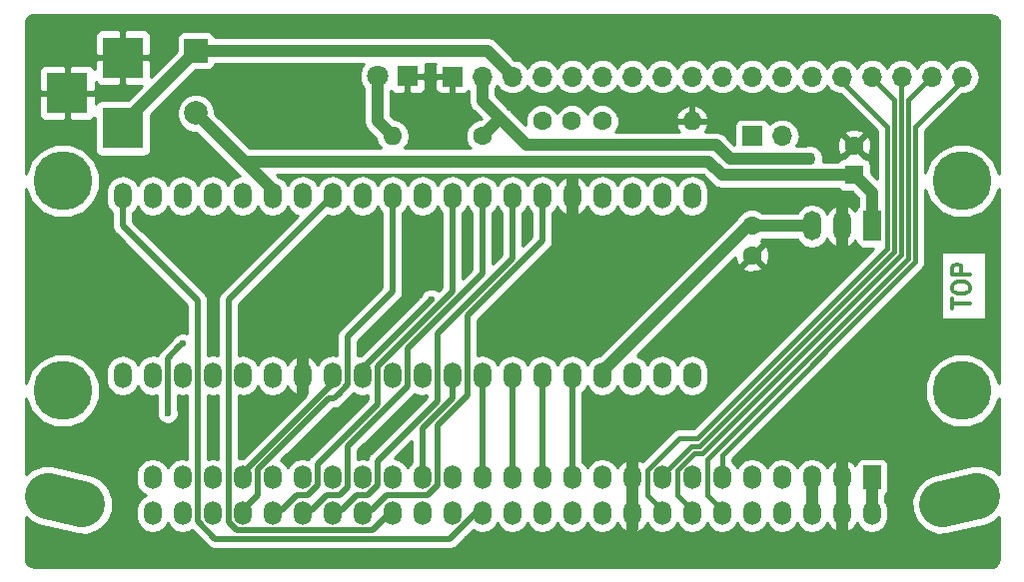
<source format=gbr>
G04 #@! TF.GenerationSoftware,KiCad,Pcbnew,(5.0.0-rc3-dev)*
G04 #@! TF.CreationDate,2019-06-23T04:24:38+02:00*
G04 #@! TF.ProjectId,Lawo 28x13 Interface,4C61776F20323878313320496E746572,1.1.2*
G04 #@! TF.SameCoordinates,Original*
G04 #@! TF.FileFunction,Copper,L1,Top,Signal*
G04 #@! TF.FilePolarity,Positive*
%FSLAX46Y46*%
G04 Gerber Fmt 4.6, Leading zero omitted, Abs format (unit mm)*
G04 Created by KiCad (PCBNEW (5.0.0-rc3-dev)) date 2019 June 23, Sunday 04:24:38*
%MOMM*%
%LPD*%
G01*
G04 APERTURE LIST*
G04 #@! TA.AperFunction,NonConductor*
%ADD10C,0.300000*%
G04 #@! TD*
G04 #@! TA.AperFunction,ComponentPad*
%ADD11C,1.600000*%
G04 #@! TD*
G04 #@! TA.AperFunction,ComponentPad*
%ADD12C,1.800000*%
G04 #@! TD*
G04 #@! TA.AperFunction,ComponentPad*
%ADD13R,1.800000X1.800000*%
G04 #@! TD*
G04 #@! TA.AperFunction,ComponentPad*
%ADD14O,1.600000X1.600000*%
G04 #@! TD*
G04 #@! TA.AperFunction,ComponentPad*
%ADD15O,1.501140X2.199640*%
G04 #@! TD*
G04 #@! TA.AperFunction,ComponentPad*
%ADD16R,2.000000X2.000000*%
G04 #@! TD*
G04 #@! TA.AperFunction,ComponentPad*
%ADD17C,2.000000*%
G04 #@! TD*
G04 #@! TA.AperFunction,ComponentPad*
%ADD18C,3.900000*%
G04 #@! TD*
G04 #@! TA.AperFunction,Conductor*
%ADD19C,3.900000*%
G04 #@! TD*
G04 #@! TA.AperFunction,ComponentPad*
%ADD20O,1.500000X2.000000*%
G04 #@! TD*
G04 #@! TA.AperFunction,ComponentPad*
%ADD21R,1.500000X2.000000*%
G04 #@! TD*
G04 #@! TA.AperFunction,ComponentPad*
%ADD22C,5.000000*%
G04 #@! TD*
G04 #@! TA.AperFunction,ComponentPad*
%ADD23R,3.500120X3.500120*%
G04 #@! TD*
G04 #@! TA.AperFunction,ComponentPad*
%ADD24R,1.600000X1.600000*%
G04 #@! TD*
G04 #@! TA.AperFunction,ComponentPad*
%ADD25O,1.700000X1.700000*%
G04 #@! TD*
G04 #@! TA.AperFunction,ComponentPad*
%ADD26R,1.700000X1.700000*%
G04 #@! TD*
G04 #@! TA.AperFunction,ComponentPad*
%ADD27R,1.500000X2.500000*%
G04 #@! TD*
G04 #@! TA.AperFunction,ComponentPad*
%ADD28O,1.500000X2.500000*%
G04 #@! TD*
G04 #@! TA.AperFunction,ViaPad*
%ADD29C,0.600000*%
G04 #@! TD*
G04 #@! TA.AperFunction,ViaPad*
%ADD30C,1.100000*%
G04 #@! TD*
G04 #@! TA.AperFunction,Conductor*
%ADD31C,1.000000*%
G04 #@! TD*
G04 #@! TA.AperFunction,Conductor*
%ADD32C,0.500000*%
G04 #@! TD*
G04 #@! TA.AperFunction,Conductor*
%ADD33C,0.400000*%
G04 #@! TD*
G04 #@! TA.AperFunction,Conductor*
%ADD34C,0.254000*%
G04 #@! TD*
G04 APERTURE END LIST*
D10*
X184598571Y-113724285D02*
X184598571Y-112867142D01*
X186098571Y-113295714D02*
X184598571Y-113295714D01*
X184598571Y-112081428D02*
X184598571Y-111795714D01*
X184670000Y-111652857D01*
X184812857Y-111510000D01*
X185098571Y-111438571D01*
X185598571Y-111438571D01*
X185884285Y-111510000D01*
X186027142Y-111652857D01*
X186098571Y-111795714D01*
X186098571Y-112081428D01*
X186027142Y-112224285D01*
X185884285Y-112367142D01*
X185598571Y-112438571D01*
X185098571Y-112438571D01*
X184812857Y-112367142D01*
X184670000Y-112224285D01*
X184598571Y-112081428D01*
X186098571Y-110795714D02*
X184598571Y-110795714D01*
X184598571Y-110224285D01*
X184670000Y-110081428D01*
X184741428Y-110010000D01*
X184884285Y-109938571D01*
X185098571Y-109938571D01*
X185241428Y-110010000D01*
X185312857Y-110081428D01*
X185384285Y-110224285D01*
X185384285Y-110795714D01*
D11*
G04 #@! TO.P,C3,1*
G04 #@! TO.N,+5V*
X167640000Y-106680000D03*
G04 #@! TO.P,C3,2*
G04 #@! TO.N,GND*
X167640000Y-109180000D03*
G04 #@! TD*
D12*
G04 #@! TO.P,LED1,2*
G04 #@! TO.N,Net-(LED1-Pad2)*
X135890000Y-93980000D03*
D13*
G04 #@! TO.P,LED1,1*
G04 #@! TO.N,GND*
X138430000Y-93980000D03*
G04 #@! TD*
D11*
G04 #@! TO.P,R2,1*
G04 #@! TO.N,+5V*
X144780000Y-99060000D03*
D14*
G04 #@! TO.P,R2,2*
G04 #@! TO.N,Net-(LED1-Pad2)*
X137160000Y-99060000D03*
G04 #@! TD*
D15*
G04 #@! TO.P,IC1,40*
G04 #@! TO.N,SET_4*
X114300000Y-104140000D03*
G04 #@! TO.P,IC1,39*
G04 #@! TO.N,SET_6*
X116840000Y-104140000D03*
G04 #@! TO.P,IC1,38*
G04 #@! TO.N,SET_3*
X119380000Y-104140000D03*
G04 #@! TO.P,IC1,37*
G04 #@! TO.N,SET_2*
X121920000Y-104140000D03*
G04 #@! TO.P,IC1,36*
G04 #@! TO.N,SET_1*
X124460000Y-104140000D03*
G04 #@! TO.P,IC1,35*
G04 #@! TO.N,+24V*
X127000000Y-104140000D03*
G04 #@! TO.P,IC1,34*
G04 #@! TO.N,SET_5*
X129540000Y-104140000D03*
G04 #@! TO.P,IC1,33*
G04 #@! TO.N,SET_7*
X132080000Y-104140000D03*
G04 #@! TO.P,IC1,32*
G04 #@! TO.N,SET_X*
X134620000Y-104140000D03*
G04 #@! TO.P,IC1,31*
G04 #@! TO.N,SET_12*
X137160000Y-104140000D03*
G04 #@! TO.P,IC1,30*
G04 #@! TO.N,SET_13*
X139700000Y-104140000D03*
G04 #@! TO.P,IC1,29*
G04 #@! TO.N,SET_11*
X142240000Y-104140000D03*
G04 #@! TO.P,IC1,28*
G04 #@! TO.N,SET_10*
X144780000Y-104140000D03*
G04 #@! TO.P,IC1,27*
G04 #@! TO.N,SET_9*
X147320000Y-104140000D03*
G04 #@! TO.P,IC1,26*
G04 #@! TO.N,SET_8*
X149860000Y-104140000D03*
G04 #@! TO.P,IC1,25*
G04 #@! TO.N,GND*
X152400000Y-104140000D03*
G04 #@! TO.P,IC1,24*
G04 #@! TO.N,Net-(C1-Pad2)*
X154940000Y-104140000D03*
G04 #@! TO.P,IC1,23*
G04 #@! TO.N,ROW_DATA*
X157480000Y-104140000D03*
G04 #@! TO.P,IC1,22*
G04 #@! TO.N,ROW_B1*
X160020000Y-104140000D03*
G04 #@! TO.P,IC1,21*
G04 #@! TO.N,ROW_B0*
X162560000Y-104140000D03*
G04 #@! TO.P,IC1,20*
G04 #@! TO.N,ROW_A2*
X162560000Y-119380000D03*
G04 #@! TO.P,IC1,19*
G04 #@! TO.N,ROW_A0*
X160020000Y-119380000D03*
G04 #@! TO.P,IC1,18*
G04 #@! TO.N,ROW_A1*
X157480000Y-119380000D03*
G04 #@! TO.P,IC1,17*
G04 #@! TO.N,+5V*
X154940000Y-119380000D03*
G04 #@! TO.P,IC1,16*
G04 #@! TO.N,RESET_1*
X152400000Y-119380000D03*
G04 #@! TO.P,IC1,15*
G04 #@! TO.N,RESET_2*
X149860000Y-119380000D03*
G04 #@! TO.P,IC1,14*
G04 #@! TO.N,RESET_3*
X147320000Y-119380000D03*
G04 #@! TO.P,IC1,13*
G04 #@! TO.N,RESET_4*
X144780000Y-119380000D03*
G04 #@! TO.P,IC1,12*
G04 #@! TO.N,RESET_6*
X142240000Y-119380000D03*
G04 #@! TO.P,IC1,11*
G04 #@! TO.N,RESET_5*
X139700000Y-119380000D03*
G04 #@! TO.P,IC1,10*
G04 #@! TO.N,RESET_7*
X137160000Y-119380000D03*
G04 #@! TO.P,IC1,9*
G04 #@! TO.N,RESET_X*
X134620000Y-119380000D03*
G04 #@! TO.P,IC1,8*
G04 #@! TO.N,RESET_12*
X132080000Y-119380000D03*
G04 #@! TO.P,IC1,7*
G04 #@! TO.N,GND*
X129540000Y-119380000D03*
G04 #@! TO.P,IC1,6*
G04 #@! TO.N,RESET_8*
X127000000Y-119380000D03*
G04 #@! TO.P,IC1,5*
G04 #@! TO.N,RESET_9*
X124460000Y-119380000D03*
G04 #@! TO.P,IC1,4*
G04 #@! TO.N,RESET_10*
X121920000Y-119380000D03*
G04 #@! TO.P,IC1,3*
G04 #@! TO.N,RESET_13*
X119380000Y-119380000D03*
G04 #@! TO.P,IC1,2*
G04 #@! TO.N,RESET_11*
X116840000Y-119380000D03*
G04 #@! TO.P,IC1,1*
G04 #@! TO.N,Net-(IC1-Pad1)*
X114300000Y-119380000D03*
G04 #@! TD*
D16*
G04 #@! TO.P,PWR_SW1,1*
G04 #@! TO.N,VIN*
X120500000Y-91838000D03*
D17*
G04 #@! TO.P,PWR_SW1,2*
G04 #@! TO.N,+24V*
X120500000Y-97138000D03*
G04 #@! TD*
D18*
G04 #@! TO.P,I1,*
G04 #@! TO.N,*
X185216800Y-129921000D03*
D19*
G04 #@! TD*
G04 #@! TO.N,*
G04 #@! TO.C,I1*
X183758858Y-130273713D02*
X186674742Y-129568287D01*
D18*
G04 #@! TO.P,I1,*
G04 #@! TO.N,*
X109423200Y-129921000D03*
D19*
G04 #@! TD*
G04 #@! TO.N,*
G04 #@! TO.C,I1*
X110881142Y-130273713D02*
X107965258Y-129568287D01*
D20*
G04 #@! TO.P,I1,42*
G04 #@! TO.N,SET_11*
X127000000Y-131060000D03*
G04 #@! TO.P,I1,41*
G04 #@! TO.N,RESET_11*
X127000000Y-128020000D03*
G04 #@! TO.P,I1,43*
G04 #@! TO.N,RESET_12*
X124460000Y-128020000D03*
G04 #@! TO.P,I1,44*
G04 #@! TO.N,SET_12*
X124460000Y-131060000D03*
G04 #@! TO.P,I1,46*
G04 #@! TO.N,SET_13*
X121920000Y-131060000D03*
G04 #@! TO.P,I1,45*
G04 #@! TO.N,RESET_13*
X121920000Y-128020000D03*
G04 #@! TO.P,I1,49*
G04 #@! TO.N,Net-(I1-Pad49)*
X116840000Y-128020000D03*
G04 #@! TO.P,I1,50*
G04 #@! TO.N,Net-(I1-Pad50)*
X116840000Y-131060000D03*
G04 #@! TO.P,I1,48*
G04 #@! TO.N,Net-(I1-Pad48)*
X119380000Y-131060000D03*
G04 #@! TO.P,I1,47*
G04 #@! TO.N,Net-(I1-Pad47)*
X119380000Y-128020000D03*
G04 #@! TO.P,I1,37*
G04 #@! TO.N,RESET_9*
X132080000Y-128020000D03*
G04 #@! TO.P,I1,38*
G04 #@! TO.N,SET_9*
X132080000Y-131060000D03*
G04 #@! TO.P,I1,40*
G04 #@! TO.N,SET_10*
X129540000Y-131060000D03*
G04 #@! TO.P,I1,39*
G04 #@! TO.N,RESET_10*
X129540000Y-128020000D03*
G04 #@! TO.P,I1,35*
G04 #@! TO.N,RESET_8*
X134620000Y-128020000D03*
G04 #@! TO.P,I1,36*
G04 #@! TO.N,SET_8*
X134620000Y-131060000D03*
G04 #@! TO.P,I1,34*
G04 #@! TO.N,SET_7*
X137160000Y-131060000D03*
G04 #@! TO.P,I1,33*
G04 #@! TO.N,RESET_7*
X137160000Y-128020000D03*
G04 #@! TO.P,I1,31*
G04 #@! TO.N,RESET_6*
X139700000Y-128020000D03*
G04 #@! TO.P,I1,32*
G04 #@! TO.N,SET_6*
X139700000Y-131060000D03*
G04 #@! TO.P,I1,27*
G04 #@! TO.N,RESET_4*
X144780000Y-128020000D03*
G04 #@! TO.P,I1,28*
G04 #@! TO.N,SET_4*
X144780000Y-131060000D03*
G04 #@! TO.P,I1,30*
G04 #@! TO.N,SET_5*
X142240000Y-131060000D03*
G04 #@! TO.P,I1,29*
G04 #@! TO.N,RESET_5*
X142240000Y-128020000D03*
G04 #@! TO.P,I1,25*
G04 #@! TO.N,RESET_3*
X147320000Y-128020000D03*
G04 #@! TO.P,I1,26*
G04 #@! TO.N,SET_3*
X147320000Y-131060000D03*
G04 #@! TO.P,I1,24*
G04 #@! TO.N,SET_2*
X149860000Y-131060000D03*
G04 #@! TO.P,I1,23*
G04 #@! TO.N,RESET_2*
X149860000Y-128020000D03*
G04 #@! TO.P,I1,21*
G04 #@! TO.N,RESET_1*
X152400000Y-128020000D03*
G04 #@! TO.P,I1,22*
G04 #@! TO.N,SET_1*
X152400000Y-131060000D03*
G04 #@! TO.P,I1,20*
G04 #@! TO.N,Net-(I1-Pad20)*
X154940000Y-131060000D03*
G04 #@! TO.P,I1,19*
G04 #@! TO.N,Net-(I1-Pad19)*
X154940000Y-128020000D03*
G04 #@! TO.P,I1,17*
G04 #@! TO.N,GND*
X157480000Y-128020000D03*
G04 #@! TO.P,I1,18*
X157480000Y-131060000D03*
G04 #@! TO.P,I1,16*
G04 #@! TO.N,COL_A0*
X160020000Y-131060000D03*
G04 #@! TO.P,I1,15*
G04 #@! TO.N,COL_A1*
X160020000Y-128020000D03*
G04 #@! TO.P,I1,13*
G04 #@! TO.N,COL_DATA*
X162560000Y-128020000D03*
G04 #@! TO.P,I1,14*
G04 #@! TO.N,COL_A2*
X162560000Y-131060000D03*
G04 #@! TO.P,I1,12*
G04 #@! TO.N,COL_B0*
X165100000Y-131060000D03*
G04 #@! TO.P,I1,11*
G04 #@! TO.N,COL_B1*
X165100000Y-128020000D03*
G04 #@! TO.P,I1,9*
G04 #@! TO.N,COL_ENABLE_C*
X167640000Y-128020000D03*
G04 #@! TO.P,I1,10*
G04 #@! TO.N,COL_ENABLE_D*
X167640000Y-131060000D03*
G04 #@! TO.P,I1,8*
G04 #@! TO.N,COL_ENABLE_B*
X170180000Y-131060000D03*
G04 #@! TO.P,I1,7*
G04 #@! TO.N,COL_ENABLE_A*
X170180000Y-128020000D03*
D21*
G04 #@! TO.P,I1,1*
G04 #@! TO.N,+24V*
X177800000Y-128020000D03*
D20*
G04 #@! TO.P,I1,2*
X177800000Y-131060000D03*
G04 #@! TO.P,I1,3*
G04 #@! TO.N,GND*
X175260000Y-128020000D03*
G04 #@! TO.P,I1,4*
X175260000Y-131060000D03*
G04 #@! TO.P,I1,5*
G04 #@! TO.N,+5V*
X172720000Y-128020000D03*
G04 #@! TO.P,I1,6*
X172720000Y-131060000D03*
G04 #@! TD*
D22*
G04 #@! TO.P,MTH4,1*
G04 #@! TO.N,N/C*
X109220000Y-120650000D03*
G04 #@! TD*
G04 #@! TO.P,MTH2,1*
G04 #@! TO.N,N/C*
X185420000Y-102870000D03*
G04 #@! TD*
G04 #@! TO.P,MTH3,1*
G04 #@! TO.N,N/C*
X185420000Y-120650000D03*
G04 #@! TD*
G04 #@! TO.P,MTH1,1*
G04 #@! TO.N,N/C*
X109220000Y-102870000D03*
G04 #@! TD*
D23*
G04 #@! TO.P,PWR1,1*
G04 #@! TO.N,VIN*
X114300000Y-98402140D03*
G04 #@! TO.P,PWR1,2*
G04 #@! TO.N,GND*
X114300000Y-92402660D03*
G04 #@! TO.P,PWR1,3*
X109601000Y-95402400D03*
G04 #@! TD*
D11*
G04 #@! TO.P,C1,1*
G04 #@! TO.N,ROW_ENABLE*
X149860000Y-97790000D03*
G04 #@! TO.P,C1,2*
G04 #@! TO.N,Net-(C1-Pad2)*
X152360000Y-97790000D03*
G04 #@! TD*
G04 #@! TO.P,C2,2*
G04 #@! TO.N,GND*
X176276000Y-99862000D03*
D24*
G04 #@! TO.P,C2,1*
G04 #@! TO.N,+24V*
X176276000Y-102362000D03*
G04 #@! TD*
D25*
G04 #@! TO.P,I2,18*
G04 #@! TO.N,COL_B1*
X185420000Y-94043500D03*
G04 #@! TO.P,I2,17*
G04 #@! TO.N,COL_B0*
X182880000Y-94043500D03*
G04 #@! TO.P,I2,16*
G04 #@! TO.N,COL_A2*
X180340000Y-94043500D03*
G04 #@! TO.P,I2,15*
G04 #@! TO.N,COL_A1*
X177800000Y-94043500D03*
G04 #@! TO.P,I2,14*
G04 #@! TO.N,COL_A0*
X175260000Y-94043500D03*
G04 #@! TO.P,I2,13*
G04 #@! TO.N,COL_DATA*
X172720000Y-94043500D03*
G04 #@! TO.P,I2,12*
G04 #@! TO.N,COL_ENABLE_D*
X170180000Y-94043500D03*
G04 #@! TO.P,I2,11*
G04 #@! TO.N,COL_ENABLE_A*
X167640000Y-94043500D03*
G04 #@! TO.P,I2,10*
G04 #@! TO.N,ROW_B1*
X165100000Y-94043500D03*
G04 #@! TO.P,I2,9*
G04 #@! TO.N,ROW_B0*
X162560000Y-94043500D03*
G04 #@! TO.P,I2,8*
G04 #@! TO.N,ROW_A2*
X160020000Y-94043500D03*
G04 #@! TO.P,I2,7*
G04 #@! TO.N,ROW_A1*
X157480000Y-94043500D03*
G04 #@! TO.P,I2,6*
G04 #@! TO.N,ROW_A0*
X154940000Y-94043500D03*
G04 #@! TO.P,I2,5*
G04 #@! TO.N,ROW_DATA*
X152400000Y-94043500D03*
G04 #@! TO.P,I2,4*
G04 #@! TO.N,ROW_ENABLE*
X149860000Y-94043500D03*
G04 #@! TO.P,I2,3*
G04 #@! TO.N,VIN*
X147320000Y-94043500D03*
G04 #@! TO.P,I2,2*
G04 #@! TO.N,+5V*
X144780000Y-94043500D03*
D26*
G04 #@! TO.P,I2,1*
G04 #@! TO.N,GND*
X142240000Y-94043500D03*
G04 #@! TD*
D14*
G04 #@! TO.P,R1,2*
G04 #@! TO.N,GND*
X162560000Y-97790000D03*
D11*
G04 #@! TO.P,R1,1*
G04 #@! TO.N,Net-(C1-Pad2)*
X154940000Y-97790000D03*
G04 #@! TD*
D27*
G04 #@! TO.P,U1,1*
G04 #@! TO.N,+24V*
X177800000Y-106680000D03*
D28*
G04 #@! TO.P,U1,2*
G04 #@! TO.N,GND*
X175260000Y-106680000D03*
G04 #@! TO.P,U1,3*
G04 #@! TO.N,+5V*
X172720000Y-106680000D03*
G04 #@! TD*
D26*
G04 #@! TO.P,I3,1*
G04 #@! TO.N,COL_ENABLE_B*
X167640000Y-99060000D03*
D25*
G04 #@! TO.P,I3,2*
G04 #@! TO.N,COL_ENABLE_C*
X170180000Y-99060000D03*
G04 #@! TD*
D29*
G04 #@! TO.N,GND*
X160020000Y-106680000D03*
X157480000Y-106680000D03*
X152400000Y-106680000D03*
X175260000Y-125730000D03*
X138430000Y-122174000D03*
X134620000Y-125730000D03*
X138430000Y-125730000D03*
X143510000Y-133286500D03*
X124460000Y-125730000D03*
X160020000Y-116840000D03*
X139700000Y-106680000D03*
X121920000Y-122174000D03*
X143510000Y-106680000D03*
X146050000Y-106680000D03*
X148590000Y-106680000D03*
X148590000Y-96012000D03*
X133350000Y-122174000D03*
X163830000Y-116840000D03*
X163830000Y-106680000D03*
X175260000Y-119380000D03*
X151130000Y-96012000D03*
X175260000Y-109220000D03*
X154940000Y-116840000D03*
X175260000Y-104140000D03*
X125730000Y-113030000D03*
X125730000Y-114300000D03*
X124460000Y-114300000D03*
X119380000Y-114300000D03*
X118110000Y-114300000D03*
X118110000Y-113030000D03*
X118110000Y-115570000D03*
X121920000Y-111760000D03*
X120650000Y-110490000D03*
X123190000Y-110490000D03*
X121920000Y-110490000D03*
X152400000Y-116840000D03*
X125730000Y-115570000D03*
X167640000Y-116840000D03*
X167640000Y-104140000D03*
X147320000Y-96012000D03*
X147955000Y-96774000D03*
X175260000Y-96139000D03*
X134620000Y-106680000D03*
X139700000Y-111252000D03*
X171323000Y-125730000D03*
X170180000Y-96139000D03*
X171323000Y-104140000D03*
D30*
G04 #@! TO.N,+5V*
X172478614Y-101011990D03*
D29*
G04 #@! TO.N,RESET_X*
X118110000Y-122555010D03*
X140461996Y-112903000D03*
X119380000Y-116649500D03*
G04 #@! TD*
D31*
G04 #@! TO.N,GND*
X157480000Y-128270000D02*
X157480000Y-130810000D01*
X175260000Y-130810000D02*
X175260000Y-128270000D01*
X175260000Y-130810000D02*
X175260000Y-132842000D01*
X175260000Y-128270000D02*
X175260000Y-126492000D01*
X157480000Y-128270000D02*
X157480000Y-126746000D01*
X157480000Y-130810000D02*
X157480000Y-132334000D01*
X129540000Y-119380000D02*
X129540000Y-117729000D01*
X129540000Y-119253000D02*
X129540000Y-120777000D01*
X152400000Y-104140000D02*
X152400000Y-105664000D01*
X175260000Y-107039000D02*
X175260000Y-109283500D01*
X175260000Y-107039000D02*
X175260000Y-104789000D01*
X152400000Y-104140000D02*
X152400000Y-102806500D01*
G04 #@! TO.N,+24V*
X177800000Y-128270000D02*
X177800000Y-130810000D01*
X127000000Y-104140000D02*
X127000000Y-103638000D01*
X127000000Y-103638000D02*
X125476000Y-102114000D01*
X125476000Y-102114000D02*
X124962000Y-101600000D01*
X177800000Y-103886000D02*
X177800000Y-107039000D01*
X176276000Y-102362000D02*
X177800000Y-103886000D01*
X124714000Y-101352000D02*
X120500000Y-97138000D01*
X124962000Y-101600000D02*
X124714000Y-101352000D01*
X124847000Y-101219000D02*
X124714000Y-101352000D01*
X163957000Y-101219000D02*
X124847000Y-101219000D01*
X165100000Y-102362000D02*
X163957000Y-101219000D01*
X176276000Y-102362000D02*
X165100000Y-102362000D01*
G04 #@! TO.N,+5V*
X172720000Y-128270000D02*
X172720000Y-130810000D01*
X144780000Y-94043500D02*
X144780000Y-96075500D01*
X146240500Y-97599500D02*
X146304000Y-97599500D01*
X144780000Y-99060000D02*
X146240500Y-97599500D01*
X144780000Y-96075500D02*
X146304000Y-97599500D01*
X170970000Y-106680000D02*
X172720000Y-106680000D01*
X167290750Y-106680000D02*
X170970000Y-106680000D01*
X154940000Y-119030750D02*
X167290750Y-106680000D01*
X154940000Y-119380000D02*
X154940000Y-119030750D01*
X148526500Y-99822000D02*
X164592000Y-99822000D01*
X164592000Y-99822000D02*
X165781990Y-101011990D01*
X146304000Y-97599500D02*
X148526500Y-99822000D01*
X165781990Y-101011990D02*
X171700797Y-101011990D01*
X171700797Y-101011990D02*
X172478614Y-101011990D01*
D32*
G04 #@! TO.N,SET_11*
X127762000Y-130810000D02*
X127000000Y-130810000D01*
X130810000Y-128697070D02*
X129967070Y-129540000D01*
X129967070Y-129540000D02*
X129032000Y-129540000D01*
X130810000Y-126873000D02*
X130810000Y-128697070D01*
X142240000Y-112255300D02*
X142237574Y-112255300D01*
X135902700Y-121780300D02*
X130810000Y-126873000D01*
X129032000Y-129540000D02*
X127762000Y-130810000D01*
X135902700Y-118590174D02*
X135902700Y-121780300D01*
X142237574Y-112255300D02*
X135902700Y-118590174D01*
X142240000Y-104140000D02*
X142240000Y-112255300D01*
G04 #@! TO.N,SET_12*
X125730000Y-129540000D02*
X124460000Y-130810000D01*
X131787930Y-121285000D02*
X125730000Y-127342930D01*
X125730000Y-127342930D02*
X125730000Y-129540000D01*
X132562170Y-120929830D02*
X132207000Y-121285000D01*
X137160000Y-104140000D02*
X137160000Y-112268000D01*
X137160000Y-112268000D02*
X133350000Y-116078000D01*
X133280580Y-120226546D02*
X132577296Y-120929830D01*
X132577296Y-120929830D02*
X132562170Y-120929830D01*
X133350000Y-120142000D02*
X133280580Y-120211420D01*
X133280580Y-120211420D02*
X133280580Y-120226546D01*
X133350000Y-116078000D02*
X133350000Y-120142000D01*
X132207000Y-121285000D02*
X131787930Y-121285000D01*
G04 #@! TO.N,RESET_12*
X132080000Y-119380000D02*
X132080000Y-119729250D01*
X124460000Y-127349250D02*
X124460000Y-128270000D01*
X132080000Y-120002968D02*
X132080000Y-119380000D01*
X124460000Y-127622968D02*
X132080000Y-120002968D01*
X124460000Y-128270000D02*
X124460000Y-127622968D01*
G04 #@! TO.N,SET_9*
X132842000Y-130810000D02*
X132080000Y-130810000D01*
X134112000Y-129540000D02*
X132842000Y-130810000D01*
X135890000Y-126619000D02*
X135890000Y-128697070D01*
X140957300Y-115836700D02*
X140957300Y-121551700D01*
X140957300Y-121551700D02*
X135890000Y-126619000D01*
X147320000Y-109474000D02*
X140957300Y-115836700D01*
X135047070Y-129540000D02*
X134112000Y-129540000D01*
X135890000Y-128697070D02*
X135047070Y-129540000D01*
X147320000Y-104140000D02*
X147320000Y-109474000D01*
G04 #@! TO.N,RESET_10*
X129540000Y-127349250D02*
X129540000Y-128270000D01*
X121920000Y-119380000D02*
X121920000Y-119729250D01*
G04 #@! TO.N,SET_10*
X138430000Y-120269000D02*
X138430000Y-117094000D01*
X138430000Y-117094000D02*
X144780000Y-110744000D01*
X133350000Y-125349000D02*
X138430000Y-120269000D01*
X133350000Y-128837050D02*
X133350000Y-125349000D01*
X132647050Y-129540000D02*
X133350000Y-128837050D01*
X144780000Y-110744000D02*
X144780000Y-104140000D01*
X129540000Y-130810000D02*
X130302000Y-130810000D01*
X131572000Y-129540000D02*
X132647050Y-129540000D01*
X130302000Y-130810000D02*
X131572000Y-129540000D01*
G04 #@! TO.N,SET_8*
X149860000Y-105739820D02*
X149860000Y-104140000D01*
X149860000Y-107950000D02*
X149860000Y-105739820D01*
X143510000Y-114300000D02*
X149860000Y-107950000D01*
X140970000Y-128697070D02*
X140970000Y-123571000D01*
X140127070Y-129540000D02*
X140970000Y-128697070D01*
X135382000Y-130810000D02*
X136652000Y-129540000D01*
X140970000Y-123571000D02*
X143510000Y-121031000D01*
X136652000Y-129540000D02*
X140127070Y-129540000D01*
X134620000Y-130810000D02*
X135382000Y-130810000D01*
X143510000Y-121031000D02*
X143510000Y-114300000D01*
G04 #@! TO.N,SET_7*
X123962940Y-132510010D02*
X135459990Y-132510010D01*
X135459990Y-132510010D02*
X137160000Y-130810000D01*
X123259420Y-131806490D02*
X123962940Y-132510010D01*
X123259420Y-112960580D02*
X123259420Y-131806490D01*
X132080000Y-104140000D02*
X123259420Y-112960580D01*
G04 #@! TO.N,RESET_6*
X142240000Y-119380000D02*
X142240000Y-121311036D01*
X142240000Y-121311036D02*
X139700000Y-123851036D01*
X139700000Y-123851036D02*
X139700000Y-128270000D01*
G04 #@! TO.N,SET_4*
X114300000Y-106680000D02*
X114300000Y-105739820D01*
X120650000Y-113030000D02*
X114300000Y-106680000D01*
X120650000Y-131737070D02*
X120650000Y-113030000D01*
X122122950Y-133210020D02*
X120650000Y-131737070D01*
X142037050Y-133210020D02*
X122122950Y-133210020D01*
X114300000Y-105739820D02*
X114300000Y-104140000D01*
X144437070Y-130810000D02*
X142037050Y-133210020D01*
X144780000Y-130810000D02*
X144437070Y-130810000D01*
G04 #@! TO.N,RESET_4*
X144780000Y-119380000D02*
X144780000Y-128270000D01*
G04 #@! TO.N,RESET_3*
X147320000Y-119380000D02*
X147320000Y-128270000D01*
G04 #@! TO.N,RESET_2*
X149860000Y-119380000D02*
X149860000Y-128270000D01*
G04 #@! TO.N,RESET_1*
X152400000Y-119380000D02*
X152400000Y-128270000D01*
D33*
G04 #@! TO.N,COL_A1*
X160020000Y-128270000D02*
X160020000Y-127508000D01*
X162506099Y-125349000D02*
X160020000Y-127835099D01*
X177800000Y-94043500D02*
X177800000Y-94107000D01*
X163195000Y-125349000D02*
X162506099Y-125349000D01*
X160020000Y-127835099D02*
X160020000Y-128270000D01*
X179682967Y-108861033D02*
X163195000Y-125349000D01*
X177800000Y-94107000D02*
X179682967Y-95989967D01*
X179682967Y-95989967D02*
X179682967Y-108861033D01*
G04 #@! TO.N,COL_A0*
X158750000Y-129540000D02*
X160020000Y-130810000D01*
X158750000Y-127413641D02*
X158750000Y-129540000D01*
X161449641Y-124714000D02*
X158750000Y-127413641D01*
X162981458Y-124714000D02*
X161449641Y-124714000D01*
X179070000Y-108625458D02*
X162981458Y-124714000D01*
X179070000Y-98298000D02*
X179070000Y-108625458D01*
X175260000Y-94488000D02*
X179070000Y-98298000D01*
X175260000Y-94043500D02*
X175260000Y-94488000D01*
G04 #@! TO.N,COL_A2*
X162560000Y-130810000D02*
X161290000Y-129540000D01*
X161290000Y-127413641D02*
X162719641Y-125984000D01*
X162719641Y-125984000D02*
X163449000Y-125984000D01*
X180282978Y-94037022D02*
X180340000Y-93980000D01*
X161290000Y-129540000D02*
X161290000Y-127413641D01*
X163449000Y-125984000D02*
X180282978Y-109150022D01*
X180282978Y-109150022D02*
X180282978Y-94037022D01*
G04 #@! TO.N,COL_B1*
X181483000Y-109728000D02*
X165100000Y-126111000D01*
X181483000Y-98298000D02*
X181483000Y-109728000D01*
X185420000Y-94361000D02*
X181483000Y-98298000D01*
X165100000Y-126111000D02*
X165100000Y-128270000D01*
X185420000Y-93980000D02*
X185420000Y-94361000D01*
G04 #@! TO.N,COL_B0*
X165100000Y-130810000D02*
X163830000Y-129540000D01*
X163830000Y-126492000D02*
X180882989Y-109439011D01*
X163830000Y-129540000D02*
X163830000Y-126492000D01*
X180882989Y-95977011D02*
X182880000Y-93980000D01*
X180882989Y-109439011D02*
X180882989Y-95977011D01*
D31*
G04 #@! TO.N,Net-(LED1-Pad2)*
X135890000Y-97790000D02*
X137160000Y-99060000D01*
X135890000Y-93980000D02*
X135890000Y-97790000D01*
G04 #@! TO.N,VIN*
X114300000Y-98402100D02*
X114698000Y-98402100D01*
X114698000Y-98402100D02*
X114952000Y-98402100D01*
X114300000Y-98402100D02*
X114698000Y-98402100D01*
X114300000Y-98402100D02*
X114300000Y-98038000D01*
X114300000Y-98038000D02*
X120500000Y-91838000D01*
X145178000Y-91838000D02*
X120500000Y-91838000D01*
X147320000Y-93980000D02*
X145178000Y-91838000D01*
D32*
G04 #@! TO.N,RESET_X*
X134620000Y-118745000D02*
X140037732Y-113327268D01*
X134620000Y-119380000D02*
X134620000Y-118745000D01*
X140037732Y-113327264D02*
X140461996Y-112903000D01*
X140037732Y-113327268D02*
X140037732Y-113327264D01*
X118110000Y-122555010D02*
X118110000Y-117919500D01*
X118110000Y-117919500D02*
X119080001Y-116949499D01*
X119080001Y-116949499D02*
X119380000Y-116649500D01*
G04 #@! TD*
D34*
G04 #@! TO.N,GND*
G36*
X188156466Y-88868209D02*
X188329238Y-88967959D01*
X188457474Y-89120785D01*
X188536173Y-89337009D01*
X188545001Y-89437914D01*
X188545001Y-102222270D01*
X188077724Y-101094165D01*
X187195835Y-100212276D01*
X186043590Y-99735000D01*
X184796410Y-99735000D01*
X183644165Y-100212276D01*
X182762276Y-101094165D01*
X182318000Y-102166741D01*
X182318000Y-98643867D01*
X185433368Y-95528500D01*
X185566256Y-95528500D01*
X185999418Y-95442339D01*
X186490625Y-95114125D01*
X186818839Y-94622918D01*
X186934092Y-94043500D01*
X186818839Y-93464082D01*
X186490625Y-92972875D01*
X185999418Y-92644661D01*
X185566256Y-92558500D01*
X185273744Y-92558500D01*
X184840582Y-92644661D01*
X184349375Y-92972875D01*
X184150000Y-93271261D01*
X183950625Y-92972875D01*
X183459418Y-92644661D01*
X183026256Y-92558500D01*
X182733744Y-92558500D01*
X182300582Y-92644661D01*
X181809375Y-92972875D01*
X181610000Y-93271261D01*
X181410625Y-92972875D01*
X180919418Y-92644661D01*
X180486256Y-92558500D01*
X180193744Y-92558500D01*
X179760582Y-92644661D01*
X179269375Y-92972875D01*
X179070000Y-93271261D01*
X178870625Y-92972875D01*
X178379418Y-92644661D01*
X177946256Y-92558500D01*
X177653744Y-92558500D01*
X177220582Y-92644661D01*
X176729375Y-92972875D01*
X176530000Y-93271261D01*
X176330625Y-92972875D01*
X175839418Y-92644661D01*
X175406256Y-92558500D01*
X175113744Y-92558500D01*
X174680582Y-92644661D01*
X174189375Y-92972875D01*
X173990000Y-93271261D01*
X173790625Y-92972875D01*
X173299418Y-92644661D01*
X172866256Y-92558500D01*
X172573744Y-92558500D01*
X172140582Y-92644661D01*
X171649375Y-92972875D01*
X171450000Y-93271261D01*
X171250625Y-92972875D01*
X170759418Y-92644661D01*
X170326256Y-92558500D01*
X170033744Y-92558500D01*
X169600582Y-92644661D01*
X169109375Y-92972875D01*
X168910000Y-93271261D01*
X168710625Y-92972875D01*
X168219418Y-92644661D01*
X167786256Y-92558500D01*
X167493744Y-92558500D01*
X167060582Y-92644661D01*
X166569375Y-92972875D01*
X166370000Y-93271261D01*
X166170625Y-92972875D01*
X165679418Y-92644661D01*
X165246256Y-92558500D01*
X164953744Y-92558500D01*
X164520582Y-92644661D01*
X164029375Y-92972875D01*
X163830000Y-93271261D01*
X163630625Y-92972875D01*
X163139418Y-92644661D01*
X162706256Y-92558500D01*
X162413744Y-92558500D01*
X161980582Y-92644661D01*
X161489375Y-92972875D01*
X161290000Y-93271261D01*
X161090625Y-92972875D01*
X160599418Y-92644661D01*
X160166256Y-92558500D01*
X159873744Y-92558500D01*
X159440582Y-92644661D01*
X158949375Y-92972875D01*
X158750000Y-93271261D01*
X158550625Y-92972875D01*
X158059418Y-92644661D01*
X157626256Y-92558500D01*
X157333744Y-92558500D01*
X156900582Y-92644661D01*
X156409375Y-92972875D01*
X156210000Y-93271261D01*
X156010625Y-92972875D01*
X155519418Y-92644661D01*
X155086256Y-92558500D01*
X154793744Y-92558500D01*
X154360582Y-92644661D01*
X153869375Y-92972875D01*
X153670000Y-93271261D01*
X153470625Y-92972875D01*
X152979418Y-92644661D01*
X152546256Y-92558500D01*
X152253744Y-92558500D01*
X151820582Y-92644661D01*
X151329375Y-92972875D01*
X151130000Y-93271261D01*
X150930625Y-92972875D01*
X150439418Y-92644661D01*
X150006256Y-92558500D01*
X149713744Y-92558500D01*
X149280582Y-92644661D01*
X148789375Y-92972875D01*
X148590000Y-93271261D01*
X148390625Y-92972875D01*
X147899418Y-92644661D01*
X147512912Y-92567780D01*
X146059613Y-91114482D01*
X145996289Y-91019711D01*
X145620855Y-90768854D01*
X145289783Y-90703000D01*
X145178000Y-90680765D01*
X145066217Y-90703000D01*
X122120587Y-90703000D01*
X122098157Y-90590235D01*
X121957809Y-90380191D01*
X121747765Y-90239843D01*
X121500000Y-90190560D01*
X119500000Y-90190560D01*
X119252235Y-90239843D01*
X119042191Y-90380191D01*
X118901843Y-90590235D01*
X118852560Y-90838000D01*
X118852560Y-91880308D01*
X116685060Y-94047808D01*
X116685060Y-92688410D01*
X116526310Y-92529660D01*
X114427000Y-92529660D01*
X114427000Y-94628970D01*
X114585750Y-94787720D01*
X115945149Y-94787720D01*
X114728229Y-96004640D01*
X112549940Y-96004640D01*
X112302175Y-96053923D01*
X112092131Y-96194271D01*
X111986060Y-96353016D01*
X111986060Y-95688150D01*
X111827310Y-95529400D01*
X109728000Y-95529400D01*
X109728000Y-97628710D01*
X109886750Y-97787460D01*
X111477370Y-97787460D01*
X111710759Y-97690787D01*
X111889387Y-97512158D01*
X111902500Y-97480500D01*
X111902500Y-100152200D01*
X111951783Y-100399965D01*
X112092131Y-100610009D01*
X112302175Y-100750357D01*
X112549940Y-100799640D01*
X116050060Y-100799640D01*
X116297825Y-100750357D01*
X116507869Y-100610009D01*
X116648217Y-100399965D01*
X116697500Y-100152200D01*
X116697500Y-97245631D01*
X120457692Y-93485440D01*
X121500000Y-93485440D01*
X121747765Y-93436157D01*
X121957809Y-93295809D01*
X122098157Y-93085765D01*
X122120587Y-92973000D01*
X134726183Y-92973000D01*
X134588690Y-93110493D01*
X134355000Y-93674670D01*
X134355000Y-94285330D01*
X134588690Y-94849507D01*
X134755000Y-95015817D01*
X134755001Y-97678212D01*
X134732765Y-97790000D01*
X134820854Y-98232854D01*
X134881103Y-98323023D01*
X135071712Y-98608289D01*
X135166480Y-98671611D01*
X135732151Y-99237282D01*
X135808260Y-99619909D01*
X136118356Y-100084000D01*
X125051132Y-100084000D01*
X122135000Y-97167869D01*
X122135000Y-96812778D01*
X121886086Y-96211847D01*
X121426153Y-95751914D01*
X120825222Y-95503000D01*
X120174778Y-95503000D01*
X119573847Y-95751914D01*
X119113914Y-96211847D01*
X118865000Y-96812778D01*
X118865000Y-97463222D01*
X119113914Y-98064153D01*
X119573847Y-98524086D01*
X120174778Y-98773000D01*
X120529869Y-98773000D01*
X123832393Y-102075525D01*
X123895712Y-102170288D01*
X123990475Y-102233607D01*
X123990476Y-102233608D01*
X123990479Y-102233610D01*
X124188842Y-102431973D01*
X123919378Y-102485572D01*
X123461060Y-102791811D01*
X123190000Y-103197481D01*
X122918939Y-102791810D01*
X122460621Y-102485572D01*
X121920000Y-102378036D01*
X121379378Y-102485572D01*
X120921060Y-102791811D01*
X120650000Y-103197481D01*
X120378939Y-102791810D01*
X119920621Y-102485572D01*
X119380000Y-102378036D01*
X118839378Y-102485572D01*
X118381060Y-102791811D01*
X118110000Y-103197481D01*
X117838939Y-102791810D01*
X117380621Y-102485572D01*
X116840000Y-102378036D01*
X116299378Y-102485572D01*
X115841060Y-102791811D01*
X115570000Y-103197481D01*
X115298939Y-102791810D01*
X114840621Y-102485572D01*
X114300000Y-102378036D01*
X113759378Y-102485572D01*
X113301060Y-102791811D01*
X112994822Y-103250129D01*
X112914430Y-103654288D01*
X112914430Y-104625713D01*
X112994822Y-105029872D01*
X113301061Y-105488190D01*
X113415000Y-105564322D01*
X113415000Y-105826984D01*
X113415001Y-105826988D01*
X113415000Y-106592839D01*
X113397663Y-106680000D01*
X113415000Y-106767161D01*
X113415000Y-106767164D01*
X113466348Y-107025309D01*
X113661951Y-107318049D01*
X113735847Y-107367425D01*
X119765001Y-113396580D01*
X119765001Y-115796936D01*
X119565983Y-115714500D01*
X119194017Y-115714500D01*
X118850365Y-115856845D01*
X118587345Y-116119865D01*
X118537344Y-116240578D01*
X118515849Y-116262073D01*
X118515846Y-116262075D01*
X117545845Y-117232077D01*
X117471952Y-117281451D01*
X117422578Y-117355344D01*
X117422576Y-117355346D01*
X117276348Y-117574191D01*
X117251352Y-117699859D01*
X116840000Y-117618036D01*
X116299378Y-117725572D01*
X115841060Y-118031811D01*
X115570000Y-118437481D01*
X115298939Y-118031810D01*
X114840621Y-117725572D01*
X114300000Y-117618036D01*
X113759378Y-117725572D01*
X113301060Y-118031811D01*
X112994822Y-118490129D01*
X112914430Y-118894288D01*
X112914430Y-119865713D01*
X112994822Y-120269872D01*
X113301061Y-120728190D01*
X113759379Y-121034428D01*
X114300000Y-121141964D01*
X114840622Y-121034428D01*
X115298940Y-120728190D01*
X115570000Y-120322520D01*
X115841061Y-120728190D01*
X116299379Y-121034428D01*
X116840000Y-121141964D01*
X117225000Y-121065383D01*
X117225000Y-122248316D01*
X117175000Y-122369027D01*
X117175000Y-122740993D01*
X117317345Y-123084645D01*
X117580365Y-123347665D01*
X117924017Y-123490010D01*
X118295983Y-123490010D01*
X118639635Y-123347665D01*
X118902655Y-123084645D01*
X119045000Y-122740993D01*
X119045000Y-122369027D01*
X118995000Y-122248316D01*
X118995000Y-121065383D01*
X119380000Y-121141964D01*
X119765001Y-121065383D01*
X119765000Y-126434448D01*
X119380000Y-126357867D01*
X118839601Y-126465359D01*
X118381472Y-126771471D01*
X118110000Y-127177757D01*
X117838529Y-126771471D01*
X117380400Y-126465359D01*
X116840000Y-126357867D01*
X116299601Y-126465359D01*
X115841472Y-126771471D01*
X115535359Y-127229600D01*
X115455000Y-127633593D01*
X115455000Y-128406406D01*
X115535359Y-128810399D01*
X115841471Y-129268528D01*
X116247757Y-129540000D01*
X115841472Y-129811471D01*
X115535359Y-130269600D01*
X115455000Y-130673593D01*
X115455000Y-131446406D01*
X115535359Y-131850399D01*
X115841471Y-132308528D01*
X116299600Y-132614641D01*
X116840000Y-132722133D01*
X117380399Y-132614641D01*
X117838528Y-132308529D01*
X118110000Y-131902243D01*
X118381471Y-132308528D01*
X118839600Y-132614641D01*
X119380000Y-132722133D01*
X119920399Y-132614641D01*
X120133562Y-132472210D01*
X121435527Y-133774176D01*
X121484901Y-133848069D01*
X121558794Y-133897443D01*
X121558795Y-133897444D01*
X121777640Y-134043672D01*
X122035785Y-134095020D01*
X122035789Y-134095020D01*
X122122950Y-134112357D01*
X122210111Y-134095020D01*
X141949889Y-134095020D01*
X142037050Y-134112357D01*
X142124211Y-134095020D01*
X142124215Y-134095020D01*
X142382360Y-134043672D01*
X142675099Y-133848069D01*
X142724475Y-133774173D01*
X144026438Y-132472210D01*
X144239600Y-132614641D01*
X144780000Y-132722133D01*
X145320399Y-132614641D01*
X145778528Y-132308529D01*
X146050000Y-131902243D01*
X146321471Y-132308528D01*
X146779600Y-132614641D01*
X147320000Y-132722133D01*
X147860399Y-132614641D01*
X148318528Y-132308529D01*
X148590000Y-131902243D01*
X148861471Y-132308528D01*
X149319600Y-132614641D01*
X149860000Y-132722133D01*
X150400399Y-132614641D01*
X150858528Y-132308529D01*
X151130000Y-131902243D01*
X151401471Y-132308528D01*
X151859600Y-132614641D01*
X152400000Y-132722133D01*
X152940399Y-132614641D01*
X153398528Y-132308529D01*
X153670000Y-131902243D01*
X153941471Y-132308528D01*
X154399600Y-132614641D01*
X154940000Y-132722133D01*
X155480399Y-132614641D01*
X155938528Y-132308529D01*
X156218553Y-131889443D01*
X156230036Y-131931721D01*
X156563106Y-132362736D01*
X157035765Y-132633481D01*
X157138815Y-132652318D01*
X157353000Y-132529656D01*
X157353000Y-131187000D01*
X157333000Y-131187000D01*
X157333000Y-130933000D01*
X157353000Y-130933000D01*
X157353000Y-129590344D01*
X157265092Y-129540000D01*
X157353000Y-129489656D01*
X157353000Y-128147000D01*
X157333000Y-128147000D01*
X157333000Y-127893000D01*
X157353000Y-127893000D01*
X157353000Y-126550344D01*
X157138815Y-126427682D01*
X157035765Y-126446519D01*
X156563106Y-126717264D01*
X156230036Y-127148279D01*
X156218553Y-127190557D01*
X155938529Y-126771471D01*
X155480400Y-126465359D01*
X154940000Y-126357867D01*
X154399601Y-126465359D01*
X153941472Y-126771471D01*
X153670000Y-127177757D01*
X153398529Y-126771471D01*
X153285000Y-126695613D01*
X153285000Y-120804322D01*
X153398940Y-120728190D01*
X153670000Y-120322520D01*
X153941061Y-120728190D01*
X154399379Y-121034428D01*
X154940000Y-121141964D01*
X155480622Y-121034428D01*
X155938940Y-120728190D01*
X156210000Y-120322520D01*
X156481061Y-120728190D01*
X156939379Y-121034428D01*
X157480000Y-121141964D01*
X158020622Y-121034428D01*
X158478940Y-120728190D01*
X158750000Y-120322520D01*
X159021061Y-120728190D01*
X159479379Y-121034428D01*
X160020000Y-121141964D01*
X160560622Y-121034428D01*
X161018940Y-120728190D01*
X161290000Y-120322520D01*
X161561061Y-120728190D01*
X162019379Y-121034428D01*
X162560000Y-121141964D01*
X163100622Y-121034428D01*
X163558940Y-120728190D01*
X163865178Y-120269872D01*
X163945570Y-119865712D01*
X163945570Y-118894287D01*
X163865178Y-118490128D01*
X163558939Y-118031810D01*
X163100621Y-117725572D01*
X162560000Y-117618036D01*
X162019378Y-117725572D01*
X161561060Y-118031811D01*
X161290000Y-118437481D01*
X161018939Y-118031810D01*
X160560621Y-117725572D01*
X160020000Y-117618036D01*
X159479378Y-117725572D01*
X159021060Y-118031811D01*
X158750000Y-118437481D01*
X158478939Y-118031810D01*
X158020621Y-117725572D01*
X157878566Y-117697315D01*
X165388136Y-110187745D01*
X166811861Y-110187745D01*
X166885995Y-110433864D01*
X167423223Y-110626965D01*
X167993454Y-110599778D01*
X168394005Y-110433864D01*
X168468139Y-110187745D01*
X167640000Y-109359605D01*
X166811861Y-110187745D01*
X165388136Y-110187745D01*
X166212131Y-109363751D01*
X166220222Y-109533454D01*
X166386136Y-109934005D01*
X166632255Y-110008139D01*
X167460395Y-109180000D01*
X167819605Y-109180000D01*
X168647745Y-110008139D01*
X168893864Y-109934005D01*
X169086965Y-109396777D01*
X169059778Y-108826546D01*
X168893864Y-108425995D01*
X168647745Y-108351861D01*
X167819605Y-109180000D01*
X167460395Y-109180000D01*
X167446252Y-109165858D01*
X167625858Y-108986252D01*
X167640000Y-109000395D01*
X168468139Y-108172255D01*
X168394005Y-107926136D01*
X168387254Y-107923710D01*
X168452862Y-107896534D01*
X168534396Y-107815000D01*
X171478569Y-107815000D01*
X171721471Y-108178528D01*
X172179600Y-108484641D01*
X172720000Y-108592133D01*
X173260399Y-108484641D01*
X173718528Y-108178529D01*
X174005742Y-107748684D01*
X174029028Y-107827349D01*
X174370460Y-108249145D01*
X174847316Y-108508173D01*
X174918815Y-108522318D01*
X175133000Y-108399656D01*
X175133000Y-106807000D01*
X175113000Y-106807000D01*
X175113000Y-106553000D01*
X175133000Y-106553000D01*
X175133000Y-104960344D01*
X174918815Y-104837682D01*
X174847316Y-104851827D01*
X174370460Y-105110855D01*
X174029028Y-105532651D01*
X174005742Y-105611316D01*
X173718529Y-105181471D01*
X173260400Y-104875359D01*
X172720000Y-104767867D01*
X172179601Y-104875359D01*
X171721472Y-105181471D01*
X171478569Y-105545000D01*
X168534396Y-105545000D01*
X168452862Y-105463466D01*
X167925439Y-105245000D01*
X167354561Y-105245000D01*
X166827138Y-105463466D01*
X166423466Y-105867138D01*
X166370423Y-105995195D01*
X154699805Y-117665813D01*
X154399378Y-117725572D01*
X153941060Y-118031811D01*
X153670000Y-118437481D01*
X153398939Y-118031810D01*
X152940621Y-117725572D01*
X152400000Y-117618036D01*
X151859378Y-117725572D01*
X151401060Y-118031811D01*
X151130000Y-118437481D01*
X150858939Y-118031810D01*
X150400621Y-117725572D01*
X149860000Y-117618036D01*
X149319378Y-117725572D01*
X148861060Y-118031811D01*
X148590000Y-118437481D01*
X148318939Y-118031810D01*
X147860621Y-117725572D01*
X147320000Y-117618036D01*
X146779378Y-117725572D01*
X146321060Y-118031811D01*
X146050000Y-118437481D01*
X145778939Y-118031810D01*
X145320621Y-117725572D01*
X144780000Y-117618036D01*
X144395000Y-117694617D01*
X144395000Y-114666578D01*
X150424156Y-108637423D01*
X150498049Y-108588049D01*
X150567145Y-108484641D01*
X150648109Y-108363470D01*
X150693652Y-108295310D01*
X150745000Y-108037165D01*
X150745000Y-108037161D01*
X150762337Y-107950001D01*
X150745000Y-107862841D01*
X150745000Y-105564322D01*
X150858940Y-105488190D01*
X151145545Y-105059255D01*
X151168501Y-105136817D01*
X151510056Y-105558798D01*
X151987097Y-105817950D01*
X152058725Y-105832133D01*
X152273000Y-105709479D01*
X152273000Y-104267000D01*
X152253000Y-104267000D01*
X152253000Y-104013000D01*
X152273000Y-104013000D01*
X152273000Y-102570521D01*
X152527000Y-102570521D01*
X152527000Y-104013000D01*
X152547000Y-104013000D01*
X152547000Y-104267000D01*
X152527000Y-104267000D01*
X152527000Y-105709479D01*
X152741275Y-105832133D01*
X152812903Y-105817950D01*
X153289944Y-105558798D01*
X153631499Y-105136817D01*
X153654455Y-105059255D01*
X153941061Y-105488190D01*
X154399379Y-105794428D01*
X154940000Y-105901964D01*
X155480622Y-105794428D01*
X155938940Y-105488190D01*
X156210000Y-105082520D01*
X156481061Y-105488190D01*
X156939379Y-105794428D01*
X157480000Y-105901964D01*
X158020622Y-105794428D01*
X158478940Y-105488190D01*
X158750000Y-105082520D01*
X159021061Y-105488190D01*
X159479379Y-105794428D01*
X160020000Y-105901964D01*
X160560622Y-105794428D01*
X161018940Y-105488190D01*
X161290000Y-105082520D01*
X161561061Y-105488190D01*
X162019379Y-105794428D01*
X162560000Y-105901964D01*
X163100622Y-105794428D01*
X163558940Y-105488190D01*
X163865178Y-105029872D01*
X163945570Y-104625712D01*
X163945570Y-103654287D01*
X163865178Y-103250128D01*
X163558939Y-102791810D01*
X163100621Y-102485572D01*
X162560000Y-102378036D01*
X162019378Y-102485572D01*
X161561060Y-102791811D01*
X161290000Y-103197481D01*
X161018939Y-102791810D01*
X160560621Y-102485572D01*
X160020000Y-102378036D01*
X159479378Y-102485572D01*
X159021060Y-102791811D01*
X158750000Y-103197481D01*
X158478939Y-102791810D01*
X158020621Y-102485572D01*
X157480000Y-102378036D01*
X156939378Y-102485572D01*
X156481060Y-102791811D01*
X156210000Y-103197481D01*
X155938939Y-102791810D01*
X155480621Y-102485572D01*
X154940000Y-102378036D01*
X154399378Y-102485572D01*
X153941060Y-102791811D01*
X153654455Y-103220746D01*
X153631499Y-103143183D01*
X153289944Y-102721202D01*
X152812903Y-102462050D01*
X152741275Y-102447867D01*
X152527000Y-102570521D01*
X152273000Y-102570521D01*
X152058725Y-102447867D01*
X151987097Y-102462050D01*
X151510056Y-102721202D01*
X151168501Y-103143183D01*
X151145545Y-103220745D01*
X150858939Y-102791810D01*
X150400621Y-102485572D01*
X149860000Y-102378036D01*
X149319378Y-102485572D01*
X148861060Y-102791811D01*
X148590000Y-103197481D01*
X148318939Y-102791810D01*
X147860621Y-102485572D01*
X147320000Y-102378036D01*
X146779378Y-102485572D01*
X146321060Y-102791811D01*
X146050000Y-103197481D01*
X145778939Y-102791810D01*
X145320621Y-102485572D01*
X144780000Y-102378036D01*
X144239378Y-102485572D01*
X143781060Y-102791811D01*
X143510000Y-103197481D01*
X143238939Y-102791810D01*
X142780621Y-102485572D01*
X142240000Y-102378036D01*
X141699378Y-102485572D01*
X141241060Y-102791811D01*
X140970000Y-103197481D01*
X140698939Y-102791810D01*
X140240621Y-102485572D01*
X139700000Y-102378036D01*
X139159378Y-102485572D01*
X138701060Y-102791811D01*
X138430000Y-103197481D01*
X138158939Y-102791810D01*
X137700621Y-102485572D01*
X137160000Y-102378036D01*
X136619378Y-102485572D01*
X136161060Y-102791811D01*
X135890000Y-103197481D01*
X135618939Y-102791810D01*
X135160621Y-102485572D01*
X134620000Y-102378036D01*
X134079378Y-102485572D01*
X133621060Y-102791811D01*
X133350000Y-103197481D01*
X133078939Y-102791810D01*
X132620621Y-102485572D01*
X132080000Y-102378036D01*
X131539378Y-102485572D01*
X131081060Y-102791811D01*
X130810000Y-103197481D01*
X130538939Y-102791810D01*
X130080621Y-102485572D01*
X129540000Y-102378036D01*
X128999378Y-102485572D01*
X128541060Y-102791811D01*
X128270000Y-103197481D01*
X127998939Y-102791810D01*
X127540621Y-102485572D01*
X127430875Y-102463742D01*
X127321132Y-102354000D01*
X163486869Y-102354000D01*
X164218389Y-103085521D01*
X164281711Y-103180289D01*
X164625146Y-103409765D01*
X164657145Y-103431146D01*
X165099999Y-103519235D01*
X165211782Y-103497000D01*
X174936132Y-103497000D01*
X175018191Y-103619809D01*
X175228235Y-103760157D01*
X175476000Y-103809440D01*
X176118308Y-103809440D01*
X176665000Y-104356133D01*
X176665000Y-104923541D01*
X176592191Y-104972191D01*
X176451843Y-105182235D01*
X176403609Y-105424725D01*
X176149540Y-105110855D01*
X175672684Y-104851827D01*
X175601185Y-104837682D01*
X175387000Y-104960344D01*
X175387000Y-106553000D01*
X175407000Y-106553000D01*
X175407000Y-106807000D01*
X175387000Y-106807000D01*
X175387000Y-108399656D01*
X175601185Y-108522318D01*
X175672684Y-108508173D01*
X176149540Y-108249145D01*
X176403609Y-107935275D01*
X176451843Y-108177765D01*
X176592191Y-108387809D01*
X176802235Y-108528157D01*
X177050000Y-108577440D01*
X177937149Y-108577440D01*
X162635591Y-123879000D01*
X161531878Y-123879000D01*
X161449641Y-123862642D01*
X161367404Y-123879000D01*
X161123840Y-123927448D01*
X160847640Y-124111999D01*
X160801056Y-124181717D01*
X158313360Y-126669414D01*
X157924235Y-126446519D01*
X157821185Y-126427682D01*
X157607000Y-126550344D01*
X157607000Y-127893000D01*
X157627000Y-127893000D01*
X157627000Y-128147000D01*
X157607000Y-128147000D01*
X157607000Y-129489656D01*
X157694908Y-129540000D01*
X157607000Y-129590344D01*
X157607000Y-130933000D01*
X157627000Y-130933000D01*
X157627000Y-131187000D01*
X157607000Y-131187000D01*
X157607000Y-132529656D01*
X157821185Y-132652318D01*
X157924235Y-132633481D01*
X158396894Y-132362736D01*
X158729964Y-131931721D01*
X158741447Y-131889443D01*
X159021471Y-132308528D01*
X159479600Y-132614641D01*
X160020000Y-132722133D01*
X160560399Y-132614641D01*
X161018528Y-132308529D01*
X161290000Y-131902243D01*
X161561471Y-132308528D01*
X162019600Y-132614641D01*
X162560000Y-132722133D01*
X163100399Y-132614641D01*
X163558528Y-132308529D01*
X163830000Y-131902243D01*
X164101471Y-132308528D01*
X164559600Y-132614641D01*
X165100000Y-132722133D01*
X165640399Y-132614641D01*
X166098528Y-132308529D01*
X166370000Y-131902243D01*
X166641471Y-132308528D01*
X167099600Y-132614641D01*
X167640000Y-132722133D01*
X168180399Y-132614641D01*
X168638528Y-132308529D01*
X168910000Y-131902243D01*
X169181471Y-132308528D01*
X169639600Y-132614641D01*
X170180000Y-132722133D01*
X170720399Y-132614641D01*
X171178528Y-132308529D01*
X171450000Y-131902243D01*
X171721471Y-132308528D01*
X172179600Y-132614641D01*
X172720000Y-132722133D01*
X173260399Y-132614641D01*
X173718528Y-132308529D01*
X173998553Y-131889443D01*
X174010036Y-131931721D01*
X174343106Y-132362736D01*
X174815765Y-132633481D01*
X174918815Y-132652318D01*
X175133000Y-132529656D01*
X175133000Y-131187000D01*
X175113000Y-131187000D01*
X175113000Y-130933000D01*
X175133000Y-130933000D01*
X175133000Y-129590344D01*
X175045092Y-129540000D01*
X175133000Y-129489656D01*
X175133000Y-128147000D01*
X175113000Y-128147000D01*
X175113000Y-127893000D01*
X175133000Y-127893000D01*
X175133000Y-126550344D01*
X175387000Y-126550344D01*
X175387000Y-127893000D01*
X175407000Y-127893000D01*
X175407000Y-128147000D01*
X175387000Y-128147000D01*
X175387000Y-129489656D01*
X175474908Y-129540000D01*
X175387000Y-129590344D01*
X175387000Y-130933000D01*
X175407000Y-130933000D01*
X175407000Y-131187000D01*
X175387000Y-131187000D01*
X175387000Y-132529656D01*
X175601185Y-132652318D01*
X175704235Y-132633481D01*
X176176894Y-132362736D01*
X176509964Y-131931721D01*
X176521447Y-131889443D01*
X176801471Y-132308528D01*
X177259600Y-132614641D01*
X177800000Y-132722133D01*
X178340399Y-132614641D01*
X178798528Y-132308529D01*
X179104641Y-131850400D01*
X179185000Y-131446407D01*
X179185000Y-130673594D01*
X179104641Y-130269601D01*
X178935000Y-130015715D01*
X178935000Y-129526459D01*
X179007809Y-129477809D01*
X179148157Y-129267765D01*
X179197440Y-129020000D01*
X179197440Y-127020000D01*
X179148157Y-126772235D01*
X179007809Y-126562191D01*
X178797765Y-126421843D01*
X178550000Y-126372560D01*
X177050000Y-126372560D01*
X176802235Y-126421843D01*
X176592191Y-126562191D01*
X176451843Y-126772235D01*
X176404254Y-127011483D01*
X176176894Y-126717264D01*
X175704235Y-126446519D01*
X175601185Y-126427682D01*
X175387000Y-126550344D01*
X175133000Y-126550344D01*
X174918815Y-126427682D01*
X174815765Y-126446519D01*
X174343106Y-126717264D01*
X174010036Y-127148279D01*
X173998553Y-127190557D01*
X173718529Y-126771471D01*
X173260400Y-126465359D01*
X172720000Y-126357867D01*
X172179601Y-126465359D01*
X171721472Y-126771471D01*
X171450000Y-127177757D01*
X171178529Y-126771471D01*
X170720400Y-126465359D01*
X170180000Y-126357867D01*
X169639601Y-126465359D01*
X169181472Y-126771471D01*
X168910000Y-127177757D01*
X168638529Y-126771471D01*
X168180400Y-126465359D01*
X167640000Y-126357867D01*
X167099601Y-126465359D01*
X166641472Y-126771471D01*
X166370000Y-127177757D01*
X166098529Y-126771471D01*
X165935000Y-126662204D01*
X165935000Y-126456867D01*
X182015283Y-110376585D01*
X182085001Y-110330001D01*
X182269552Y-110053801D01*
X182318000Y-109810237D01*
X182334358Y-109728000D01*
X182318000Y-109645763D01*
X182318000Y-108867857D01*
X183630000Y-108867857D01*
X183630000Y-114652143D01*
X187450000Y-114652143D01*
X187450000Y-108867857D01*
X183630000Y-108867857D01*
X182318000Y-108867857D01*
X182318000Y-103573259D01*
X182762276Y-104645835D01*
X183644165Y-105527724D01*
X184796410Y-106005000D01*
X186043590Y-106005000D01*
X187195835Y-105527724D01*
X188077724Y-104645835D01*
X188545001Y-103517730D01*
X188545000Y-120002268D01*
X188077724Y-118874165D01*
X187195835Y-117992276D01*
X186043590Y-117515000D01*
X184796410Y-117515000D01*
X183644165Y-117992276D01*
X182762276Y-118874165D01*
X182285000Y-120026410D01*
X182285000Y-121273590D01*
X182762276Y-122425835D01*
X183644165Y-123307724D01*
X184796410Y-123785000D01*
X186043590Y-123785000D01*
X187195835Y-123307724D01*
X188077724Y-122425835D01*
X188545000Y-121297732D01*
X188545000Y-127776506D01*
X188047937Y-127318633D01*
X187082503Y-126964378D01*
X186314361Y-126995901D01*
X182903555Y-127821061D01*
X182205947Y-128144140D01*
X181509204Y-128900518D01*
X181154949Y-129865952D01*
X181197116Y-130893463D01*
X181629285Y-131826624D01*
X182385663Y-132523367D01*
X183351097Y-132877622D01*
X184119238Y-132846099D01*
X187530045Y-132020939D01*
X188227653Y-131697860D01*
X188545000Y-131353351D01*
X188545000Y-134941072D01*
X188499791Y-135197466D01*
X188400041Y-135370238D01*
X188247215Y-135498474D01*
X188030992Y-135577173D01*
X187930097Y-135586000D01*
X106739927Y-135586000D01*
X106483534Y-135540791D01*
X106310762Y-135441041D01*
X106182526Y-135288215D01*
X106103827Y-135071992D01*
X106095000Y-134971097D01*
X106095000Y-131353351D01*
X106412347Y-131697860D01*
X107109955Y-132020939D01*
X110520761Y-132846099D01*
X111288903Y-132877622D01*
X112254337Y-132523367D01*
X113010715Y-131826624D01*
X113442884Y-130893463D01*
X113485051Y-129865951D01*
X113130796Y-128900518D01*
X112434053Y-128144140D01*
X111736445Y-127821061D01*
X108325638Y-126995901D01*
X107557497Y-126964378D01*
X106592063Y-127318633D01*
X106095000Y-127776506D01*
X106095000Y-121297732D01*
X106562276Y-122425835D01*
X107444165Y-123307724D01*
X108596410Y-123785000D01*
X109843590Y-123785000D01*
X110995835Y-123307724D01*
X111877724Y-122425835D01*
X112355000Y-121273590D01*
X112355000Y-120026410D01*
X111877724Y-118874165D01*
X110995835Y-117992276D01*
X109843590Y-117515000D01*
X108596410Y-117515000D01*
X107444165Y-117992276D01*
X106562276Y-118874165D01*
X106095000Y-120002268D01*
X106095000Y-103517732D01*
X106562276Y-104645835D01*
X107444165Y-105527724D01*
X108596410Y-106005000D01*
X109843590Y-106005000D01*
X110995835Y-105527724D01*
X111877724Y-104645835D01*
X112355000Y-103493590D01*
X112355000Y-102246410D01*
X111877724Y-101094165D01*
X110995835Y-100212276D01*
X109843590Y-99735000D01*
X108596410Y-99735000D01*
X107444165Y-100212276D01*
X106562276Y-101094165D01*
X106095000Y-102222268D01*
X106095000Y-95688150D01*
X107215940Y-95688150D01*
X107215940Y-97278769D01*
X107312613Y-97512158D01*
X107491241Y-97690787D01*
X107724630Y-97787460D01*
X109315250Y-97787460D01*
X109474000Y-97628710D01*
X109474000Y-95529400D01*
X107374690Y-95529400D01*
X107215940Y-95688150D01*
X106095000Y-95688150D01*
X106095000Y-93526031D01*
X107215940Y-93526031D01*
X107215940Y-95116650D01*
X107374690Y-95275400D01*
X109474000Y-95275400D01*
X109474000Y-93176090D01*
X109728000Y-93176090D01*
X109728000Y-95275400D01*
X111827310Y-95275400D01*
X111986060Y-95116650D01*
X111986060Y-94450728D01*
X112011613Y-94512418D01*
X112190241Y-94691047D01*
X112423630Y-94787720D01*
X114014250Y-94787720D01*
X114173000Y-94628970D01*
X114173000Y-92529660D01*
X112073690Y-92529660D01*
X111914940Y-92688410D01*
X111914940Y-93354332D01*
X111889387Y-93292642D01*
X111710759Y-93114013D01*
X111477370Y-93017340D01*
X109886750Y-93017340D01*
X109728000Y-93176090D01*
X109474000Y-93176090D01*
X109315250Y-93017340D01*
X107724630Y-93017340D01*
X107491241Y-93114013D01*
X107312613Y-93292642D01*
X107215940Y-93526031D01*
X106095000Y-93526031D01*
X106095000Y-90526291D01*
X111914940Y-90526291D01*
X111914940Y-92116910D01*
X112073690Y-92275660D01*
X114173000Y-92275660D01*
X114173000Y-90176350D01*
X114427000Y-90176350D01*
X114427000Y-92275660D01*
X116526310Y-92275660D01*
X116685060Y-92116910D01*
X116685060Y-90526291D01*
X116588387Y-90292902D01*
X116409759Y-90114273D01*
X116176370Y-90017600D01*
X114585750Y-90017600D01*
X114427000Y-90176350D01*
X114173000Y-90176350D01*
X114014250Y-90017600D01*
X112423630Y-90017600D01*
X112190241Y-90114273D01*
X112011613Y-90292902D01*
X111914940Y-90526291D01*
X106095000Y-90526291D01*
X106095000Y-89467927D01*
X106140209Y-89211534D01*
X106239959Y-89038762D01*
X106392785Y-88910526D01*
X106609009Y-88831827D01*
X106709903Y-88823000D01*
X187900073Y-88823000D01*
X188156466Y-88868209D01*
X188156466Y-88868209D01*
G37*
X188156466Y-88868209D02*
X188329238Y-88967959D01*
X188457474Y-89120785D01*
X188536173Y-89337009D01*
X188545001Y-89437914D01*
X188545001Y-102222270D01*
X188077724Y-101094165D01*
X187195835Y-100212276D01*
X186043590Y-99735000D01*
X184796410Y-99735000D01*
X183644165Y-100212276D01*
X182762276Y-101094165D01*
X182318000Y-102166741D01*
X182318000Y-98643867D01*
X185433368Y-95528500D01*
X185566256Y-95528500D01*
X185999418Y-95442339D01*
X186490625Y-95114125D01*
X186818839Y-94622918D01*
X186934092Y-94043500D01*
X186818839Y-93464082D01*
X186490625Y-92972875D01*
X185999418Y-92644661D01*
X185566256Y-92558500D01*
X185273744Y-92558500D01*
X184840582Y-92644661D01*
X184349375Y-92972875D01*
X184150000Y-93271261D01*
X183950625Y-92972875D01*
X183459418Y-92644661D01*
X183026256Y-92558500D01*
X182733744Y-92558500D01*
X182300582Y-92644661D01*
X181809375Y-92972875D01*
X181610000Y-93271261D01*
X181410625Y-92972875D01*
X180919418Y-92644661D01*
X180486256Y-92558500D01*
X180193744Y-92558500D01*
X179760582Y-92644661D01*
X179269375Y-92972875D01*
X179070000Y-93271261D01*
X178870625Y-92972875D01*
X178379418Y-92644661D01*
X177946256Y-92558500D01*
X177653744Y-92558500D01*
X177220582Y-92644661D01*
X176729375Y-92972875D01*
X176530000Y-93271261D01*
X176330625Y-92972875D01*
X175839418Y-92644661D01*
X175406256Y-92558500D01*
X175113744Y-92558500D01*
X174680582Y-92644661D01*
X174189375Y-92972875D01*
X173990000Y-93271261D01*
X173790625Y-92972875D01*
X173299418Y-92644661D01*
X172866256Y-92558500D01*
X172573744Y-92558500D01*
X172140582Y-92644661D01*
X171649375Y-92972875D01*
X171450000Y-93271261D01*
X171250625Y-92972875D01*
X170759418Y-92644661D01*
X170326256Y-92558500D01*
X170033744Y-92558500D01*
X169600582Y-92644661D01*
X169109375Y-92972875D01*
X168910000Y-93271261D01*
X168710625Y-92972875D01*
X168219418Y-92644661D01*
X167786256Y-92558500D01*
X167493744Y-92558500D01*
X167060582Y-92644661D01*
X166569375Y-92972875D01*
X166370000Y-93271261D01*
X166170625Y-92972875D01*
X165679418Y-92644661D01*
X165246256Y-92558500D01*
X164953744Y-92558500D01*
X164520582Y-92644661D01*
X164029375Y-92972875D01*
X163830000Y-93271261D01*
X163630625Y-92972875D01*
X163139418Y-92644661D01*
X162706256Y-92558500D01*
X162413744Y-92558500D01*
X161980582Y-92644661D01*
X161489375Y-92972875D01*
X161290000Y-93271261D01*
X161090625Y-92972875D01*
X160599418Y-92644661D01*
X160166256Y-92558500D01*
X159873744Y-92558500D01*
X159440582Y-92644661D01*
X158949375Y-92972875D01*
X158750000Y-93271261D01*
X158550625Y-92972875D01*
X158059418Y-92644661D01*
X157626256Y-92558500D01*
X157333744Y-92558500D01*
X156900582Y-92644661D01*
X156409375Y-92972875D01*
X156210000Y-93271261D01*
X156010625Y-92972875D01*
X155519418Y-92644661D01*
X155086256Y-92558500D01*
X154793744Y-92558500D01*
X154360582Y-92644661D01*
X153869375Y-92972875D01*
X153670000Y-93271261D01*
X153470625Y-92972875D01*
X152979418Y-92644661D01*
X152546256Y-92558500D01*
X152253744Y-92558500D01*
X151820582Y-92644661D01*
X151329375Y-92972875D01*
X151130000Y-93271261D01*
X150930625Y-92972875D01*
X150439418Y-92644661D01*
X150006256Y-92558500D01*
X149713744Y-92558500D01*
X149280582Y-92644661D01*
X148789375Y-92972875D01*
X148590000Y-93271261D01*
X148390625Y-92972875D01*
X147899418Y-92644661D01*
X147512912Y-92567780D01*
X146059613Y-91114482D01*
X145996289Y-91019711D01*
X145620855Y-90768854D01*
X145289783Y-90703000D01*
X145178000Y-90680765D01*
X145066217Y-90703000D01*
X122120587Y-90703000D01*
X122098157Y-90590235D01*
X121957809Y-90380191D01*
X121747765Y-90239843D01*
X121500000Y-90190560D01*
X119500000Y-90190560D01*
X119252235Y-90239843D01*
X119042191Y-90380191D01*
X118901843Y-90590235D01*
X118852560Y-90838000D01*
X118852560Y-91880308D01*
X116685060Y-94047808D01*
X116685060Y-92688410D01*
X116526310Y-92529660D01*
X114427000Y-92529660D01*
X114427000Y-94628970D01*
X114585750Y-94787720D01*
X115945149Y-94787720D01*
X114728229Y-96004640D01*
X112549940Y-96004640D01*
X112302175Y-96053923D01*
X112092131Y-96194271D01*
X111986060Y-96353016D01*
X111986060Y-95688150D01*
X111827310Y-95529400D01*
X109728000Y-95529400D01*
X109728000Y-97628710D01*
X109886750Y-97787460D01*
X111477370Y-97787460D01*
X111710759Y-97690787D01*
X111889387Y-97512158D01*
X111902500Y-97480500D01*
X111902500Y-100152200D01*
X111951783Y-100399965D01*
X112092131Y-100610009D01*
X112302175Y-100750357D01*
X112549940Y-100799640D01*
X116050060Y-100799640D01*
X116297825Y-100750357D01*
X116507869Y-100610009D01*
X116648217Y-100399965D01*
X116697500Y-100152200D01*
X116697500Y-97245631D01*
X120457692Y-93485440D01*
X121500000Y-93485440D01*
X121747765Y-93436157D01*
X121957809Y-93295809D01*
X122098157Y-93085765D01*
X122120587Y-92973000D01*
X134726183Y-92973000D01*
X134588690Y-93110493D01*
X134355000Y-93674670D01*
X134355000Y-94285330D01*
X134588690Y-94849507D01*
X134755000Y-95015817D01*
X134755001Y-97678212D01*
X134732765Y-97790000D01*
X134820854Y-98232854D01*
X134881103Y-98323023D01*
X135071712Y-98608289D01*
X135166480Y-98671611D01*
X135732151Y-99237282D01*
X135808260Y-99619909D01*
X136118356Y-100084000D01*
X125051132Y-100084000D01*
X122135000Y-97167869D01*
X122135000Y-96812778D01*
X121886086Y-96211847D01*
X121426153Y-95751914D01*
X120825222Y-95503000D01*
X120174778Y-95503000D01*
X119573847Y-95751914D01*
X119113914Y-96211847D01*
X118865000Y-96812778D01*
X118865000Y-97463222D01*
X119113914Y-98064153D01*
X119573847Y-98524086D01*
X120174778Y-98773000D01*
X120529869Y-98773000D01*
X123832393Y-102075525D01*
X123895712Y-102170288D01*
X123990475Y-102233607D01*
X123990476Y-102233608D01*
X123990479Y-102233610D01*
X124188842Y-102431973D01*
X123919378Y-102485572D01*
X123461060Y-102791811D01*
X123190000Y-103197481D01*
X122918939Y-102791810D01*
X122460621Y-102485572D01*
X121920000Y-102378036D01*
X121379378Y-102485572D01*
X120921060Y-102791811D01*
X120650000Y-103197481D01*
X120378939Y-102791810D01*
X119920621Y-102485572D01*
X119380000Y-102378036D01*
X118839378Y-102485572D01*
X118381060Y-102791811D01*
X118110000Y-103197481D01*
X117838939Y-102791810D01*
X117380621Y-102485572D01*
X116840000Y-102378036D01*
X116299378Y-102485572D01*
X115841060Y-102791811D01*
X115570000Y-103197481D01*
X115298939Y-102791810D01*
X114840621Y-102485572D01*
X114300000Y-102378036D01*
X113759378Y-102485572D01*
X113301060Y-102791811D01*
X112994822Y-103250129D01*
X112914430Y-103654288D01*
X112914430Y-104625713D01*
X112994822Y-105029872D01*
X113301061Y-105488190D01*
X113415000Y-105564322D01*
X113415000Y-105826984D01*
X113415001Y-105826988D01*
X113415000Y-106592839D01*
X113397663Y-106680000D01*
X113415000Y-106767161D01*
X113415000Y-106767164D01*
X113466348Y-107025309D01*
X113661951Y-107318049D01*
X113735847Y-107367425D01*
X119765001Y-113396580D01*
X119765001Y-115796936D01*
X119565983Y-115714500D01*
X119194017Y-115714500D01*
X118850365Y-115856845D01*
X118587345Y-116119865D01*
X118537344Y-116240578D01*
X118515849Y-116262073D01*
X118515846Y-116262075D01*
X117545845Y-117232077D01*
X117471952Y-117281451D01*
X117422578Y-117355344D01*
X117422576Y-117355346D01*
X117276348Y-117574191D01*
X117251352Y-117699859D01*
X116840000Y-117618036D01*
X116299378Y-117725572D01*
X115841060Y-118031811D01*
X115570000Y-118437481D01*
X115298939Y-118031810D01*
X114840621Y-117725572D01*
X114300000Y-117618036D01*
X113759378Y-117725572D01*
X113301060Y-118031811D01*
X112994822Y-118490129D01*
X112914430Y-118894288D01*
X112914430Y-119865713D01*
X112994822Y-120269872D01*
X113301061Y-120728190D01*
X113759379Y-121034428D01*
X114300000Y-121141964D01*
X114840622Y-121034428D01*
X115298940Y-120728190D01*
X115570000Y-120322520D01*
X115841061Y-120728190D01*
X116299379Y-121034428D01*
X116840000Y-121141964D01*
X117225000Y-121065383D01*
X117225000Y-122248316D01*
X117175000Y-122369027D01*
X117175000Y-122740993D01*
X117317345Y-123084645D01*
X117580365Y-123347665D01*
X117924017Y-123490010D01*
X118295983Y-123490010D01*
X118639635Y-123347665D01*
X118902655Y-123084645D01*
X119045000Y-122740993D01*
X119045000Y-122369027D01*
X118995000Y-122248316D01*
X118995000Y-121065383D01*
X119380000Y-121141964D01*
X119765001Y-121065383D01*
X119765000Y-126434448D01*
X119380000Y-126357867D01*
X118839601Y-126465359D01*
X118381472Y-126771471D01*
X118110000Y-127177757D01*
X117838529Y-126771471D01*
X117380400Y-126465359D01*
X116840000Y-126357867D01*
X116299601Y-126465359D01*
X115841472Y-126771471D01*
X115535359Y-127229600D01*
X115455000Y-127633593D01*
X115455000Y-128406406D01*
X115535359Y-128810399D01*
X115841471Y-129268528D01*
X116247757Y-129540000D01*
X115841472Y-129811471D01*
X115535359Y-130269600D01*
X115455000Y-130673593D01*
X115455000Y-131446406D01*
X115535359Y-131850399D01*
X115841471Y-132308528D01*
X116299600Y-132614641D01*
X116840000Y-132722133D01*
X117380399Y-132614641D01*
X117838528Y-132308529D01*
X118110000Y-131902243D01*
X118381471Y-132308528D01*
X118839600Y-132614641D01*
X119380000Y-132722133D01*
X119920399Y-132614641D01*
X120133562Y-132472210D01*
X121435527Y-133774176D01*
X121484901Y-133848069D01*
X121558794Y-133897443D01*
X121558795Y-133897444D01*
X121777640Y-134043672D01*
X122035785Y-134095020D01*
X122035789Y-134095020D01*
X122122950Y-134112357D01*
X122210111Y-134095020D01*
X141949889Y-134095020D01*
X142037050Y-134112357D01*
X142124211Y-134095020D01*
X142124215Y-134095020D01*
X142382360Y-134043672D01*
X142675099Y-133848069D01*
X142724475Y-133774173D01*
X144026438Y-132472210D01*
X144239600Y-132614641D01*
X144780000Y-132722133D01*
X145320399Y-132614641D01*
X145778528Y-132308529D01*
X146050000Y-131902243D01*
X146321471Y-132308528D01*
X146779600Y-132614641D01*
X147320000Y-132722133D01*
X147860399Y-132614641D01*
X148318528Y-132308529D01*
X148590000Y-131902243D01*
X148861471Y-132308528D01*
X149319600Y-132614641D01*
X149860000Y-132722133D01*
X150400399Y-132614641D01*
X150858528Y-132308529D01*
X151130000Y-131902243D01*
X151401471Y-132308528D01*
X151859600Y-132614641D01*
X152400000Y-132722133D01*
X152940399Y-132614641D01*
X153398528Y-132308529D01*
X153670000Y-131902243D01*
X153941471Y-132308528D01*
X154399600Y-132614641D01*
X154940000Y-132722133D01*
X155480399Y-132614641D01*
X155938528Y-132308529D01*
X156218553Y-131889443D01*
X156230036Y-131931721D01*
X156563106Y-132362736D01*
X157035765Y-132633481D01*
X157138815Y-132652318D01*
X157353000Y-132529656D01*
X157353000Y-131187000D01*
X157333000Y-131187000D01*
X157333000Y-130933000D01*
X157353000Y-130933000D01*
X157353000Y-129590344D01*
X157265092Y-129540000D01*
X157353000Y-129489656D01*
X157353000Y-128147000D01*
X157333000Y-128147000D01*
X157333000Y-127893000D01*
X157353000Y-127893000D01*
X157353000Y-126550344D01*
X157138815Y-126427682D01*
X157035765Y-126446519D01*
X156563106Y-126717264D01*
X156230036Y-127148279D01*
X156218553Y-127190557D01*
X155938529Y-126771471D01*
X155480400Y-126465359D01*
X154940000Y-126357867D01*
X154399601Y-126465359D01*
X153941472Y-126771471D01*
X153670000Y-127177757D01*
X153398529Y-126771471D01*
X153285000Y-126695613D01*
X153285000Y-120804322D01*
X153398940Y-120728190D01*
X153670000Y-120322520D01*
X153941061Y-120728190D01*
X154399379Y-121034428D01*
X154940000Y-121141964D01*
X155480622Y-121034428D01*
X155938940Y-120728190D01*
X156210000Y-120322520D01*
X156481061Y-120728190D01*
X156939379Y-121034428D01*
X157480000Y-121141964D01*
X158020622Y-121034428D01*
X158478940Y-120728190D01*
X158750000Y-120322520D01*
X159021061Y-120728190D01*
X159479379Y-121034428D01*
X160020000Y-121141964D01*
X160560622Y-121034428D01*
X161018940Y-120728190D01*
X161290000Y-120322520D01*
X161561061Y-120728190D01*
X162019379Y-121034428D01*
X162560000Y-121141964D01*
X163100622Y-121034428D01*
X163558940Y-120728190D01*
X163865178Y-120269872D01*
X163945570Y-119865712D01*
X163945570Y-118894287D01*
X163865178Y-118490128D01*
X163558939Y-118031810D01*
X163100621Y-117725572D01*
X162560000Y-117618036D01*
X162019378Y-117725572D01*
X161561060Y-118031811D01*
X161290000Y-118437481D01*
X161018939Y-118031810D01*
X160560621Y-117725572D01*
X160020000Y-117618036D01*
X159479378Y-117725572D01*
X159021060Y-118031811D01*
X158750000Y-118437481D01*
X158478939Y-118031810D01*
X158020621Y-117725572D01*
X157878566Y-117697315D01*
X165388136Y-110187745D01*
X166811861Y-110187745D01*
X166885995Y-110433864D01*
X167423223Y-110626965D01*
X167993454Y-110599778D01*
X168394005Y-110433864D01*
X168468139Y-110187745D01*
X167640000Y-109359605D01*
X166811861Y-110187745D01*
X165388136Y-110187745D01*
X166212131Y-109363751D01*
X166220222Y-109533454D01*
X166386136Y-109934005D01*
X166632255Y-110008139D01*
X167460395Y-109180000D01*
X167819605Y-109180000D01*
X168647745Y-110008139D01*
X168893864Y-109934005D01*
X169086965Y-109396777D01*
X169059778Y-108826546D01*
X168893864Y-108425995D01*
X168647745Y-108351861D01*
X167819605Y-109180000D01*
X167460395Y-109180000D01*
X167446252Y-109165858D01*
X167625858Y-108986252D01*
X167640000Y-109000395D01*
X168468139Y-108172255D01*
X168394005Y-107926136D01*
X168387254Y-107923710D01*
X168452862Y-107896534D01*
X168534396Y-107815000D01*
X171478569Y-107815000D01*
X171721471Y-108178528D01*
X172179600Y-108484641D01*
X172720000Y-108592133D01*
X173260399Y-108484641D01*
X173718528Y-108178529D01*
X174005742Y-107748684D01*
X174029028Y-107827349D01*
X174370460Y-108249145D01*
X174847316Y-108508173D01*
X174918815Y-108522318D01*
X175133000Y-108399656D01*
X175133000Y-106807000D01*
X175113000Y-106807000D01*
X175113000Y-106553000D01*
X175133000Y-106553000D01*
X175133000Y-104960344D01*
X174918815Y-104837682D01*
X174847316Y-104851827D01*
X174370460Y-105110855D01*
X174029028Y-105532651D01*
X174005742Y-105611316D01*
X173718529Y-105181471D01*
X173260400Y-104875359D01*
X172720000Y-104767867D01*
X172179601Y-104875359D01*
X171721472Y-105181471D01*
X171478569Y-105545000D01*
X168534396Y-105545000D01*
X168452862Y-105463466D01*
X167925439Y-105245000D01*
X167354561Y-105245000D01*
X166827138Y-105463466D01*
X166423466Y-105867138D01*
X166370423Y-105995195D01*
X154699805Y-117665813D01*
X154399378Y-117725572D01*
X153941060Y-118031811D01*
X153670000Y-118437481D01*
X153398939Y-118031810D01*
X152940621Y-117725572D01*
X152400000Y-117618036D01*
X151859378Y-117725572D01*
X151401060Y-118031811D01*
X151130000Y-118437481D01*
X150858939Y-118031810D01*
X150400621Y-117725572D01*
X149860000Y-117618036D01*
X149319378Y-117725572D01*
X148861060Y-118031811D01*
X148590000Y-118437481D01*
X148318939Y-118031810D01*
X147860621Y-117725572D01*
X147320000Y-117618036D01*
X146779378Y-117725572D01*
X146321060Y-118031811D01*
X146050000Y-118437481D01*
X145778939Y-118031810D01*
X145320621Y-117725572D01*
X144780000Y-117618036D01*
X144395000Y-117694617D01*
X144395000Y-114666578D01*
X150424156Y-108637423D01*
X150498049Y-108588049D01*
X150567145Y-108484641D01*
X150648109Y-108363470D01*
X150693652Y-108295310D01*
X150745000Y-108037165D01*
X150745000Y-108037161D01*
X150762337Y-107950001D01*
X150745000Y-107862841D01*
X150745000Y-105564322D01*
X150858940Y-105488190D01*
X151145545Y-105059255D01*
X151168501Y-105136817D01*
X151510056Y-105558798D01*
X151987097Y-105817950D01*
X152058725Y-105832133D01*
X152273000Y-105709479D01*
X152273000Y-104267000D01*
X152253000Y-104267000D01*
X152253000Y-104013000D01*
X152273000Y-104013000D01*
X152273000Y-102570521D01*
X152527000Y-102570521D01*
X152527000Y-104013000D01*
X152547000Y-104013000D01*
X152547000Y-104267000D01*
X152527000Y-104267000D01*
X152527000Y-105709479D01*
X152741275Y-105832133D01*
X152812903Y-105817950D01*
X153289944Y-105558798D01*
X153631499Y-105136817D01*
X153654455Y-105059255D01*
X153941061Y-105488190D01*
X154399379Y-105794428D01*
X154940000Y-105901964D01*
X155480622Y-105794428D01*
X155938940Y-105488190D01*
X156210000Y-105082520D01*
X156481061Y-105488190D01*
X156939379Y-105794428D01*
X157480000Y-105901964D01*
X158020622Y-105794428D01*
X158478940Y-105488190D01*
X158750000Y-105082520D01*
X159021061Y-105488190D01*
X159479379Y-105794428D01*
X160020000Y-105901964D01*
X160560622Y-105794428D01*
X161018940Y-105488190D01*
X161290000Y-105082520D01*
X161561061Y-105488190D01*
X162019379Y-105794428D01*
X162560000Y-105901964D01*
X163100622Y-105794428D01*
X163558940Y-105488190D01*
X163865178Y-105029872D01*
X163945570Y-104625712D01*
X163945570Y-103654287D01*
X163865178Y-103250128D01*
X163558939Y-102791810D01*
X163100621Y-102485572D01*
X162560000Y-102378036D01*
X162019378Y-102485572D01*
X161561060Y-102791811D01*
X161290000Y-103197481D01*
X161018939Y-102791810D01*
X160560621Y-102485572D01*
X160020000Y-102378036D01*
X159479378Y-102485572D01*
X159021060Y-102791811D01*
X158750000Y-103197481D01*
X158478939Y-102791810D01*
X158020621Y-102485572D01*
X157480000Y-102378036D01*
X156939378Y-102485572D01*
X156481060Y-102791811D01*
X156210000Y-103197481D01*
X155938939Y-102791810D01*
X155480621Y-102485572D01*
X154940000Y-102378036D01*
X154399378Y-102485572D01*
X153941060Y-102791811D01*
X153654455Y-103220746D01*
X153631499Y-103143183D01*
X153289944Y-102721202D01*
X152812903Y-102462050D01*
X152741275Y-102447867D01*
X152527000Y-102570521D01*
X152273000Y-102570521D01*
X152058725Y-102447867D01*
X151987097Y-102462050D01*
X151510056Y-102721202D01*
X151168501Y-103143183D01*
X151145545Y-103220745D01*
X150858939Y-102791810D01*
X150400621Y-102485572D01*
X149860000Y-102378036D01*
X149319378Y-102485572D01*
X148861060Y-102791811D01*
X148590000Y-103197481D01*
X148318939Y-102791810D01*
X147860621Y-102485572D01*
X147320000Y-102378036D01*
X146779378Y-102485572D01*
X146321060Y-102791811D01*
X146050000Y-103197481D01*
X145778939Y-102791810D01*
X145320621Y-102485572D01*
X144780000Y-102378036D01*
X144239378Y-102485572D01*
X143781060Y-102791811D01*
X143510000Y-103197481D01*
X143238939Y-102791810D01*
X142780621Y-102485572D01*
X142240000Y-102378036D01*
X141699378Y-102485572D01*
X141241060Y-102791811D01*
X140970000Y-103197481D01*
X140698939Y-102791810D01*
X140240621Y-102485572D01*
X139700000Y-102378036D01*
X139159378Y-102485572D01*
X138701060Y-102791811D01*
X138430000Y-103197481D01*
X138158939Y-102791810D01*
X137700621Y-102485572D01*
X137160000Y-102378036D01*
X136619378Y-102485572D01*
X136161060Y-102791811D01*
X135890000Y-103197481D01*
X135618939Y-102791810D01*
X135160621Y-102485572D01*
X134620000Y-102378036D01*
X134079378Y-102485572D01*
X133621060Y-102791811D01*
X133350000Y-103197481D01*
X133078939Y-102791810D01*
X132620621Y-102485572D01*
X132080000Y-102378036D01*
X131539378Y-102485572D01*
X131081060Y-102791811D01*
X130810000Y-103197481D01*
X130538939Y-102791810D01*
X130080621Y-102485572D01*
X129540000Y-102378036D01*
X128999378Y-102485572D01*
X128541060Y-102791811D01*
X128270000Y-103197481D01*
X127998939Y-102791810D01*
X127540621Y-102485572D01*
X127430875Y-102463742D01*
X127321132Y-102354000D01*
X163486869Y-102354000D01*
X164218389Y-103085521D01*
X164281711Y-103180289D01*
X164625146Y-103409765D01*
X164657145Y-103431146D01*
X165099999Y-103519235D01*
X165211782Y-103497000D01*
X174936132Y-103497000D01*
X175018191Y-103619809D01*
X175228235Y-103760157D01*
X175476000Y-103809440D01*
X176118308Y-103809440D01*
X176665000Y-104356133D01*
X176665000Y-104923541D01*
X176592191Y-104972191D01*
X176451843Y-105182235D01*
X176403609Y-105424725D01*
X176149540Y-105110855D01*
X175672684Y-104851827D01*
X175601185Y-104837682D01*
X175387000Y-104960344D01*
X175387000Y-106553000D01*
X175407000Y-106553000D01*
X175407000Y-106807000D01*
X175387000Y-106807000D01*
X175387000Y-108399656D01*
X175601185Y-108522318D01*
X175672684Y-108508173D01*
X176149540Y-108249145D01*
X176403609Y-107935275D01*
X176451843Y-108177765D01*
X176592191Y-108387809D01*
X176802235Y-108528157D01*
X177050000Y-108577440D01*
X177937149Y-108577440D01*
X162635591Y-123879000D01*
X161531878Y-123879000D01*
X161449641Y-123862642D01*
X161367404Y-123879000D01*
X161123840Y-123927448D01*
X160847640Y-124111999D01*
X160801056Y-124181717D01*
X158313360Y-126669414D01*
X157924235Y-126446519D01*
X157821185Y-126427682D01*
X157607000Y-126550344D01*
X157607000Y-127893000D01*
X157627000Y-127893000D01*
X157627000Y-128147000D01*
X157607000Y-128147000D01*
X157607000Y-129489656D01*
X157694908Y-129540000D01*
X157607000Y-129590344D01*
X157607000Y-130933000D01*
X157627000Y-130933000D01*
X157627000Y-131187000D01*
X157607000Y-131187000D01*
X157607000Y-132529656D01*
X157821185Y-132652318D01*
X157924235Y-132633481D01*
X158396894Y-132362736D01*
X158729964Y-131931721D01*
X158741447Y-131889443D01*
X159021471Y-132308528D01*
X159479600Y-132614641D01*
X160020000Y-132722133D01*
X160560399Y-132614641D01*
X161018528Y-132308529D01*
X161290000Y-131902243D01*
X161561471Y-132308528D01*
X162019600Y-132614641D01*
X162560000Y-132722133D01*
X163100399Y-132614641D01*
X163558528Y-132308529D01*
X163830000Y-131902243D01*
X164101471Y-132308528D01*
X164559600Y-132614641D01*
X165100000Y-132722133D01*
X165640399Y-132614641D01*
X166098528Y-132308529D01*
X166370000Y-131902243D01*
X166641471Y-132308528D01*
X167099600Y-132614641D01*
X167640000Y-132722133D01*
X168180399Y-132614641D01*
X168638528Y-132308529D01*
X168910000Y-131902243D01*
X169181471Y-132308528D01*
X169639600Y-132614641D01*
X170180000Y-132722133D01*
X170720399Y-132614641D01*
X171178528Y-132308529D01*
X171450000Y-131902243D01*
X171721471Y-132308528D01*
X172179600Y-132614641D01*
X172720000Y-132722133D01*
X173260399Y-132614641D01*
X173718528Y-132308529D01*
X173998553Y-131889443D01*
X174010036Y-131931721D01*
X174343106Y-132362736D01*
X174815765Y-132633481D01*
X174918815Y-132652318D01*
X175133000Y-132529656D01*
X175133000Y-131187000D01*
X175113000Y-131187000D01*
X175113000Y-130933000D01*
X175133000Y-130933000D01*
X175133000Y-129590344D01*
X175045092Y-129540000D01*
X175133000Y-129489656D01*
X175133000Y-128147000D01*
X175113000Y-128147000D01*
X175113000Y-127893000D01*
X175133000Y-127893000D01*
X175133000Y-126550344D01*
X175387000Y-126550344D01*
X175387000Y-127893000D01*
X175407000Y-127893000D01*
X175407000Y-128147000D01*
X175387000Y-128147000D01*
X175387000Y-129489656D01*
X175474908Y-129540000D01*
X175387000Y-129590344D01*
X175387000Y-130933000D01*
X175407000Y-130933000D01*
X175407000Y-131187000D01*
X175387000Y-131187000D01*
X175387000Y-132529656D01*
X175601185Y-132652318D01*
X175704235Y-132633481D01*
X176176894Y-132362736D01*
X176509964Y-131931721D01*
X176521447Y-131889443D01*
X176801471Y-132308528D01*
X177259600Y-132614641D01*
X177800000Y-132722133D01*
X178340399Y-132614641D01*
X178798528Y-132308529D01*
X179104641Y-131850400D01*
X179185000Y-131446407D01*
X179185000Y-130673594D01*
X179104641Y-130269601D01*
X178935000Y-130015715D01*
X178935000Y-129526459D01*
X179007809Y-129477809D01*
X179148157Y-129267765D01*
X179197440Y-129020000D01*
X179197440Y-127020000D01*
X179148157Y-126772235D01*
X179007809Y-126562191D01*
X178797765Y-126421843D01*
X178550000Y-126372560D01*
X177050000Y-126372560D01*
X176802235Y-126421843D01*
X176592191Y-126562191D01*
X176451843Y-126772235D01*
X176404254Y-127011483D01*
X176176894Y-126717264D01*
X175704235Y-126446519D01*
X175601185Y-126427682D01*
X175387000Y-126550344D01*
X175133000Y-126550344D01*
X174918815Y-126427682D01*
X174815765Y-126446519D01*
X174343106Y-126717264D01*
X174010036Y-127148279D01*
X173998553Y-127190557D01*
X173718529Y-126771471D01*
X173260400Y-126465359D01*
X172720000Y-126357867D01*
X172179601Y-126465359D01*
X171721472Y-126771471D01*
X171450000Y-127177757D01*
X171178529Y-126771471D01*
X170720400Y-126465359D01*
X170180000Y-126357867D01*
X169639601Y-126465359D01*
X169181472Y-126771471D01*
X168910000Y-127177757D01*
X168638529Y-126771471D01*
X168180400Y-126465359D01*
X167640000Y-126357867D01*
X167099601Y-126465359D01*
X166641472Y-126771471D01*
X166370000Y-127177757D01*
X166098529Y-126771471D01*
X165935000Y-126662204D01*
X165935000Y-126456867D01*
X182015283Y-110376585D01*
X182085001Y-110330001D01*
X182269552Y-110053801D01*
X182318000Y-109810237D01*
X182334358Y-109728000D01*
X182318000Y-109645763D01*
X182318000Y-108867857D01*
X183630000Y-108867857D01*
X183630000Y-114652143D01*
X187450000Y-114652143D01*
X187450000Y-108867857D01*
X183630000Y-108867857D01*
X182318000Y-108867857D01*
X182318000Y-103573259D01*
X182762276Y-104645835D01*
X183644165Y-105527724D01*
X184796410Y-106005000D01*
X186043590Y-106005000D01*
X187195835Y-105527724D01*
X188077724Y-104645835D01*
X188545001Y-103517730D01*
X188545000Y-120002268D01*
X188077724Y-118874165D01*
X187195835Y-117992276D01*
X186043590Y-117515000D01*
X184796410Y-117515000D01*
X183644165Y-117992276D01*
X182762276Y-118874165D01*
X182285000Y-120026410D01*
X182285000Y-121273590D01*
X182762276Y-122425835D01*
X183644165Y-123307724D01*
X184796410Y-123785000D01*
X186043590Y-123785000D01*
X187195835Y-123307724D01*
X188077724Y-122425835D01*
X188545000Y-121297732D01*
X188545000Y-127776506D01*
X188047937Y-127318633D01*
X187082503Y-126964378D01*
X186314361Y-126995901D01*
X182903555Y-127821061D01*
X182205947Y-128144140D01*
X181509204Y-128900518D01*
X181154949Y-129865952D01*
X181197116Y-130893463D01*
X181629285Y-131826624D01*
X182385663Y-132523367D01*
X183351097Y-132877622D01*
X184119238Y-132846099D01*
X187530045Y-132020939D01*
X188227653Y-131697860D01*
X188545000Y-131353351D01*
X188545000Y-134941072D01*
X188499791Y-135197466D01*
X188400041Y-135370238D01*
X188247215Y-135498474D01*
X188030992Y-135577173D01*
X187930097Y-135586000D01*
X106739927Y-135586000D01*
X106483534Y-135540791D01*
X106310762Y-135441041D01*
X106182526Y-135288215D01*
X106103827Y-135071992D01*
X106095000Y-134971097D01*
X106095000Y-131353351D01*
X106412347Y-131697860D01*
X107109955Y-132020939D01*
X110520761Y-132846099D01*
X111288903Y-132877622D01*
X112254337Y-132523367D01*
X113010715Y-131826624D01*
X113442884Y-130893463D01*
X113485051Y-129865951D01*
X113130796Y-128900518D01*
X112434053Y-128144140D01*
X111736445Y-127821061D01*
X108325638Y-126995901D01*
X107557497Y-126964378D01*
X106592063Y-127318633D01*
X106095000Y-127776506D01*
X106095000Y-121297732D01*
X106562276Y-122425835D01*
X107444165Y-123307724D01*
X108596410Y-123785000D01*
X109843590Y-123785000D01*
X110995835Y-123307724D01*
X111877724Y-122425835D01*
X112355000Y-121273590D01*
X112355000Y-120026410D01*
X111877724Y-118874165D01*
X110995835Y-117992276D01*
X109843590Y-117515000D01*
X108596410Y-117515000D01*
X107444165Y-117992276D01*
X106562276Y-118874165D01*
X106095000Y-120002268D01*
X106095000Y-103517732D01*
X106562276Y-104645835D01*
X107444165Y-105527724D01*
X108596410Y-106005000D01*
X109843590Y-106005000D01*
X110995835Y-105527724D01*
X111877724Y-104645835D01*
X112355000Y-103493590D01*
X112355000Y-102246410D01*
X111877724Y-101094165D01*
X110995835Y-100212276D01*
X109843590Y-99735000D01*
X108596410Y-99735000D01*
X107444165Y-100212276D01*
X106562276Y-101094165D01*
X106095000Y-102222268D01*
X106095000Y-95688150D01*
X107215940Y-95688150D01*
X107215940Y-97278769D01*
X107312613Y-97512158D01*
X107491241Y-97690787D01*
X107724630Y-97787460D01*
X109315250Y-97787460D01*
X109474000Y-97628710D01*
X109474000Y-95529400D01*
X107374690Y-95529400D01*
X107215940Y-95688150D01*
X106095000Y-95688150D01*
X106095000Y-93526031D01*
X107215940Y-93526031D01*
X107215940Y-95116650D01*
X107374690Y-95275400D01*
X109474000Y-95275400D01*
X109474000Y-93176090D01*
X109728000Y-93176090D01*
X109728000Y-95275400D01*
X111827310Y-95275400D01*
X111986060Y-95116650D01*
X111986060Y-94450728D01*
X112011613Y-94512418D01*
X112190241Y-94691047D01*
X112423630Y-94787720D01*
X114014250Y-94787720D01*
X114173000Y-94628970D01*
X114173000Y-92529660D01*
X112073690Y-92529660D01*
X111914940Y-92688410D01*
X111914940Y-93354332D01*
X111889387Y-93292642D01*
X111710759Y-93114013D01*
X111477370Y-93017340D01*
X109886750Y-93017340D01*
X109728000Y-93176090D01*
X109474000Y-93176090D01*
X109315250Y-93017340D01*
X107724630Y-93017340D01*
X107491241Y-93114013D01*
X107312613Y-93292642D01*
X107215940Y-93526031D01*
X106095000Y-93526031D01*
X106095000Y-90526291D01*
X111914940Y-90526291D01*
X111914940Y-92116910D01*
X112073690Y-92275660D01*
X114173000Y-92275660D01*
X114173000Y-90176350D01*
X114427000Y-90176350D01*
X114427000Y-92275660D01*
X116526310Y-92275660D01*
X116685060Y-92116910D01*
X116685060Y-90526291D01*
X116588387Y-90292902D01*
X116409759Y-90114273D01*
X116176370Y-90017600D01*
X114585750Y-90017600D01*
X114427000Y-90176350D01*
X114173000Y-90176350D01*
X114014250Y-90017600D01*
X112423630Y-90017600D01*
X112190241Y-90114273D01*
X112011613Y-90292902D01*
X111914940Y-90526291D01*
X106095000Y-90526291D01*
X106095000Y-89467927D01*
X106140209Y-89211534D01*
X106239959Y-89038762D01*
X106392785Y-88910526D01*
X106609009Y-88831827D01*
X106709903Y-88823000D01*
X187900073Y-88823000D01*
X188156466Y-88868209D01*
G36*
X138815001Y-126695614D02*
X138701472Y-126771471D01*
X138430000Y-127177757D01*
X138158529Y-126771471D01*
X137700400Y-126465359D01*
X137362443Y-126398135D01*
X138815000Y-124945578D01*
X138815001Y-126695614D01*
X138815001Y-126695614D01*
G37*
X138815001Y-126695614D02*
X138701472Y-126771471D01*
X138430000Y-127177757D01*
X138158529Y-126771471D01*
X137700400Y-126465359D01*
X137362443Y-126398135D01*
X138815000Y-124945578D01*
X138815001Y-126695614D01*
G36*
X134079379Y-121034428D02*
X134620000Y-121141964D01*
X135017701Y-121062857D01*
X135017701Y-121413720D01*
X130245847Y-126185575D01*
X130171951Y-126234951D01*
X130025318Y-126454403D01*
X129540000Y-126357867D01*
X128999601Y-126465359D01*
X128541472Y-126771471D01*
X128270000Y-127177757D01*
X127998529Y-126771471D01*
X127731476Y-126593032D01*
X132148757Y-122175752D01*
X132207000Y-122187337D01*
X132294161Y-122170000D01*
X132294165Y-122170000D01*
X132552310Y-122118652D01*
X132845049Y-121923049D01*
X132894425Y-121849153D01*
X133095864Y-121647714D01*
X133215345Y-121567879D01*
X133264721Y-121493983D01*
X133844736Y-120913969D01*
X133871918Y-120895807D01*
X134079379Y-121034428D01*
X134079379Y-121034428D01*
G37*
X134079379Y-121034428D02*
X134620000Y-121141964D01*
X135017701Y-121062857D01*
X135017701Y-121413720D01*
X130245847Y-126185575D01*
X130171951Y-126234951D01*
X130025318Y-126454403D01*
X129540000Y-126357867D01*
X128999601Y-126465359D01*
X128541472Y-126771471D01*
X128270000Y-127177757D01*
X127998529Y-126771471D01*
X127731476Y-126593032D01*
X132148757Y-122175752D01*
X132207000Y-122187337D01*
X132294161Y-122170000D01*
X132294165Y-122170000D01*
X132552310Y-122118652D01*
X132845049Y-121923049D01*
X132894425Y-121849153D01*
X133095864Y-121647714D01*
X133215345Y-121567879D01*
X133264721Y-121493983D01*
X133844736Y-120913969D01*
X133871918Y-120895807D01*
X134079379Y-121034428D01*
G36*
X122374421Y-126448257D02*
X121920000Y-126357867D01*
X121535000Y-126434448D01*
X121535000Y-121065383D01*
X121920000Y-121141964D01*
X122374420Y-121051574D01*
X122374421Y-126448257D01*
X122374421Y-126448257D01*
G37*
X122374421Y-126448257D02*
X121920000Y-126357867D01*
X121535000Y-126434448D01*
X121535000Y-121065383D01*
X121920000Y-121141964D01*
X122374420Y-121051574D01*
X122374421Y-126448257D01*
G36*
X139159379Y-121034428D02*
X139700000Y-121141964D01*
X140072301Y-121067909D01*
X140072301Y-121185120D01*
X135325847Y-125931575D01*
X135251951Y-125980951D01*
X135056348Y-126273691D01*
X135023634Y-126438155D01*
X134620000Y-126357867D01*
X134235000Y-126434448D01*
X134235000Y-125715578D01*
X138994156Y-120956423D01*
X139018396Y-120940226D01*
X139159379Y-121034428D01*
X139159379Y-121034428D01*
G37*
X139159379Y-121034428D02*
X139700000Y-121141964D01*
X140072301Y-121067909D01*
X140072301Y-121185120D01*
X135325847Y-125931575D01*
X135251951Y-125980951D01*
X135056348Y-126273691D01*
X135023634Y-126438155D01*
X134620000Y-126357867D01*
X134235000Y-126434448D01*
X134235000Y-125715578D01*
X138994156Y-120956423D01*
X139018396Y-120940226D01*
X139159379Y-121034428D01*
G36*
X136161061Y-105488190D02*
X136275000Y-105564322D01*
X136275001Y-111901420D01*
X132785847Y-115390575D01*
X132711951Y-115439951D01*
X132516348Y-115732691D01*
X132465000Y-115990836D01*
X132465000Y-115990839D01*
X132447663Y-116078000D01*
X132465000Y-116165161D01*
X132465000Y-117694617D01*
X132080000Y-117618036D01*
X131539378Y-117725572D01*
X131081060Y-118031811D01*
X130794455Y-118460746D01*
X130771499Y-118383183D01*
X130429944Y-117961202D01*
X129952903Y-117702050D01*
X129881275Y-117687867D01*
X129667000Y-117810521D01*
X129667000Y-119253000D01*
X129687000Y-119253000D01*
X129687000Y-119507000D01*
X129667000Y-119507000D01*
X129667000Y-120949479D01*
X129803675Y-121027714D01*
X124471279Y-126360111D01*
X124460000Y-126357867D01*
X124144420Y-126420640D01*
X124144420Y-121079191D01*
X124460000Y-121141964D01*
X125000622Y-121034428D01*
X125458940Y-120728190D01*
X125730000Y-120322520D01*
X126001061Y-120728190D01*
X126459379Y-121034428D01*
X127000000Y-121141964D01*
X127540622Y-121034428D01*
X127998940Y-120728190D01*
X128285545Y-120299255D01*
X128308501Y-120376817D01*
X128650056Y-120798798D01*
X129127097Y-121057950D01*
X129198725Y-121072133D01*
X129413000Y-120949479D01*
X129413000Y-119507000D01*
X129393000Y-119507000D01*
X129393000Y-119253000D01*
X129413000Y-119253000D01*
X129413000Y-117810521D01*
X129198725Y-117687867D01*
X129127097Y-117702050D01*
X128650056Y-117961202D01*
X128308501Y-118383183D01*
X128285545Y-118460745D01*
X127998939Y-118031810D01*
X127540621Y-117725572D01*
X127000000Y-117618036D01*
X126459378Y-117725572D01*
X126001060Y-118031811D01*
X125730000Y-118437481D01*
X125458939Y-118031810D01*
X125000621Y-117725572D01*
X124460000Y-117618036D01*
X124144420Y-117680809D01*
X124144420Y-113327158D01*
X131654293Y-105817286D01*
X132080000Y-105901964D01*
X132620622Y-105794428D01*
X133078940Y-105488190D01*
X133350000Y-105082520D01*
X133621061Y-105488190D01*
X134079379Y-105794428D01*
X134620000Y-105901964D01*
X135160622Y-105794428D01*
X135618940Y-105488190D01*
X135890000Y-105082520D01*
X136161061Y-105488190D01*
X136161061Y-105488190D01*
G37*
X136161061Y-105488190D02*
X136275000Y-105564322D01*
X136275001Y-111901420D01*
X132785847Y-115390575D01*
X132711951Y-115439951D01*
X132516348Y-115732691D01*
X132465000Y-115990836D01*
X132465000Y-115990839D01*
X132447663Y-116078000D01*
X132465000Y-116165161D01*
X132465000Y-117694617D01*
X132080000Y-117618036D01*
X131539378Y-117725572D01*
X131081060Y-118031811D01*
X130794455Y-118460746D01*
X130771499Y-118383183D01*
X130429944Y-117961202D01*
X129952903Y-117702050D01*
X129881275Y-117687867D01*
X129667000Y-117810521D01*
X129667000Y-119253000D01*
X129687000Y-119253000D01*
X129687000Y-119507000D01*
X129667000Y-119507000D01*
X129667000Y-120949479D01*
X129803675Y-121027714D01*
X124471279Y-126360111D01*
X124460000Y-126357867D01*
X124144420Y-126420640D01*
X124144420Y-121079191D01*
X124460000Y-121141964D01*
X125000622Y-121034428D01*
X125458940Y-120728190D01*
X125730000Y-120322520D01*
X126001061Y-120728190D01*
X126459379Y-121034428D01*
X127000000Y-121141964D01*
X127540622Y-121034428D01*
X127998940Y-120728190D01*
X128285545Y-120299255D01*
X128308501Y-120376817D01*
X128650056Y-120798798D01*
X129127097Y-121057950D01*
X129198725Y-121072133D01*
X129413000Y-120949479D01*
X129413000Y-119507000D01*
X129393000Y-119507000D01*
X129393000Y-119253000D01*
X129413000Y-119253000D01*
X129413000Y-117810521D01*
X129198725Y-117687867D01*
X129127097Y-117702050D01*
X128650056Y-117961202D01*
X128308501Y-118383183D01*
X128285545Y-118460745D01*
X127998939Y-118031810D01*
X127540621Y-117725572D01*
X127000000Y-117618036D01*
X126459378Y-117725572D01*
X126001060Y-118031811D01*
X125730000Y-118437481D01*
X125458939Y-118031810D01*
X125000621Y-117725572D01*
X124460000Y-117618036D01*
X124144420Y-117680809D01*
X124144420Y-113327158D01*
X131654293Y-105817286D01*
X132080000Y-105901964D01*
X132620622Y-105794428D01*
X133078940Y-105488190D01*
X133350000Y-105082520D01*
X133621061Y-105488190D01*
X134079379Y-105794428D01*
X134620000Y-105901964D01*
X135160622Y-105794428D01*
X135618940Y-105488190D01*
X135890000Y-105082520D01*
X136161061Y-105488190D01*
G36*
X128541061Y-105488190D02*
X128999379Y-105794428D01*
X129145023Y-105823398D01*
X122695267Y-112273155D01*
X122621371Y-112322531D01*
X122425768Y-112615271D01*
X122374420Y-112873416D01*
X122374420Y-112873419D01*
X122357083Y-112960580D01*
X122374420Y-113047741D01*
X122374420Y-117708426D01*
X121920000Y-117618036D01*
X121535000Y-117694617D01*
X121535000Y-113117159D01*
X121552337Y-113029999D01*
X121535000Y-112942839D01*
X121535000Y-112942835D01*
X121483652Y-112684690D01*
X121398793Y-112557690D01*
X121337424Y-112465845D01*
X121337423Y-112465844D01*
X121288049Y-112391951D01*
X121214156Y-112342577D01*
X115185000Y-106313422D01*
X115185000Y-105564322D01*
X115298940Y-105488190D01*
X115570000Y-105082520D01*
X115841061Y-105488190D01*
X116299379Y-105794428D01*
X116840000Y-105901964D01*
X117380622Y-105794428D01*
X117838940Y-105488190D01*
X118110000Y-105082520D01*
X118381061Y-105488190D01*
X118839379Y-105794428D01*
X119380000Y-105901964D01*
X119920622Y-105794428D01*
X120378940Y-105488190D01*
X120650000Y-105082520D01*
X120921061Y-105488190D01*
X121379379Y-105794428D01*
X121920000Y-105901964D01*
X122460622Y-105794428D01*
X122918940Y-105488190D01*
X123190000Y-105082520D01*
X123461061Y-105488190D01*
X123919379Y-105794428D01*
X124460000Y-105901964D01*
X125000622Y-105794428D01*
X125458940Y-105488190D01*
X125730000Y-105082520D01*
X126001061Y-105488190D01*
X126459379Y-105794428D01*
X127000000Y-105901964D01*
X127540622Y-105794428D01*
X127998940Y-105488190D01*
X128270000Y-105082520D01*
X128541061Y-105488190D01*
X128541061Y-105488190D01*
G37*
X128541061Y-105488190D02*
X128999379Y-105794428D01*
X129145023Y-105823398D01*
X122695267Y-112273155D01*
X122621371Y-112322531D01*
X122425768Y-112615271D01*
X122374420Y-112873416D01*
X122374420Y-112873419D01*
X122357083Y-112960580D01*
X122374420Y-113047741D01*
X122374420Y-117708426D01*
X121920000Y-117618036D01*
X121535000Y-117694617D01*
X121535000Y-113117159D01*
X121552337Y-113029999D01*
X121535000Y-112942839D01*
X121535000Y-112942835D01*
X121483652Y-112684690D01*
X121398793Y-112557690D01*
X121337424Y-112465845D01*
X121337423Y-112465844D01*
X121288049Y-112391951D01*
X121214156Y-112342577D01*
X115185000Y-106313422D01*
X115185000Y-105564322D01*
X115298940Y-105488190D01*
X115570000Y-105082520D01*
X115841061Y-105488190D01*
X116299379Y-105794428D01*
X116840000Y-105901964D01*
X117380622Y-105794428D01*
X117838940Y-105488190D01*
X118110000Y-105082520D01*
X118381061Y-105488190D01*
X118839379Y-105794428D01*
X119380000Y-105901964D01*
X119920622Y-105794428D01*
X120378940Y-105488190D01*
X120650000Y-105082520D01*
X120921061Y-105488190D01*
X121379379Y-105794428D01*
X121920000Y-105901964D01*
X122460622Y-105794428D01*
X122918940Y-105488190D01*
X123190000Y-105082520D01*
X123461061Y-105488190D01*
X123919379Y-105794428D01*
X124460000Y-105901964D01*
X125000622Y-105794428D01*
X125458940Y-105488190D01*
X125730000Y-105082520D01*
X126001061Y-105488190D01*
X126459379Y-105794428D01*
X127000000Y-105901964D01*
X127540622Y-105794428D01*
X127998940Y-105488190D01*
X128270000Y-105082520D01*
X128541061Y-105488190D01*
G36*
X141241061Y-105488190D02*
X141355000Y-105564322D01*
X141355001Y-111886294D01*
X141061291Y-112180005D01*
X140991631Y-112110345D01*
X140647979Y-111968000D01*
X140276013Y-111968000D01*
X139932361Y-112110345D01*
X139669341Y-112373365D01*
X139619340Y-112494078D01*
X139473578Y-112639840D01*
X139399683Y-112689215D01*
X139350301Y-112763120D01*
X134464444Y-117648978D01*
X134235000Y-117694617D01*
X134235000Y-116444578D01*
X137724156Y-112955423D01*
X137798049Y-112906049D01*
X137893559Y-112763110D01*
X137993652Y-112613310D01*
X138022984Y-112465845D01*
X138045000Y-112355165D01*
X138045000Y-112355161D01*
X138062337Y-112268000D01*
X138045000Y-112180839D01*
X138045000Y-105564322D01*
X138158940Y-105488190D01*
X138430000Y-105082520D01*
X138701061Y-105488190D01*
X139159379Y-105794428D01*
X139700000Y-105901964D01*
X140240622Y-105794428D01*
X140698940Y-105488190D01*
X140970000Y-105082520D01*
X141241061Y-105488190D01*
X141241061Y-105488190D01*
G37*
X141241061Y-105488190D02*
X141355000Y-105564322D01*
X141355001Y-111886294D01*
X141061291Y-112180005D01*
X140991631Y-112110345D01*
X140647979Y-111968000D01*
X140276013Y-111968000D01*
X139932361Y-112110345D01*
X139669341Y-112373365D01*
X139619340Y-112494078D01*
X139473578Y-112639840D01*
X139399683Y-112689215D01*
X139350301Y-112763120D01*
X134464444Y-117648978D01*
X134235000Y-117694617D01*
X134235000Y-116444578D01*
X137724156Y-112955423D01*
X137798049Y-112906049D01*
X137893559Y-112763110D01*
X137993652Y-112613310D01*
X138022984Y-112465845D01*
X138045000Y-112355165D01*
X138045000Y-112355161D01*
X138062337Y-112268000D01*
X138045000Y-112180839D01*
X138045000Y-105564322D01*
X138158940Y-105488190D01*
X138430000Y-105082520D01*
X138701061Y-105488190D01*
X139159379Y-105794428D01*
X139700000Y-105901964D01*
X140240622Y-105794428D01*
X140698940Y-105488190D01*
X140970000Y-105082520D01*
X141241061Y-105488190D01*
G36*
X143781061Y-105488190D02*
X143895001Y-105564322D01*
X143895000Y-110377421D01*
X143125000Y-111147421D01*
X143125000Y-105564322D01*
X143238940Y-105488190D01*
X143510000Y-105082520D01*
X143781061Y-105488190D01*
X143781061Y-105488190D01*
G37*
X143781061Y-105488190D02*
X143895001Y-105564322D01*
X143895000Y-110377421D01*
X143125000Y-111147421D01*
X143125000Y-105564322D01*
X143238940Y-105488190D01*
X143510000Y-105082520D01*
X143781061Y-105488190D01*
G36*
X146321061Y-105488190D02*
X146435000Y-105564322D01*
X146435001Y-109107420D01*
X145665000Y-109877421D01*
X145665000Y-105564322D01*
X145778940Y-105488190D01*
X146050000Y-105082520D01*
X146321061Y-105488190D01*
X146321061Y-105488190D01*
G37*
X146321061Y-105488190D02*
X146435000Y-105564322D01*
X146435001Y-109107420D01*
X145665000Y-109877421D01*
X145665000Y-105564322D01*
X145778940Y-105488190D01*
X146050000Y-105082520D01*
X146321061Y-105488190D01*
G36*
X148861061Y-105488190D02*
X148975000Y-105564322D01*
X148975000Y-105826984D01*
X148975001Y-105826989D01*
X148975000Y-107583421D01*
X148205000Y-108353421D01*
X148205000Y-105564322D01*
X148318940Y-105488190D01*
X148590000Y-105082520D01*
X148861061Y-105488190D01*
X148861061Y-105488190D01*
G37*
X148861061Y-105488190D02*
X148975000Y-105564322D01*
X148975000Y-105826984D01*
X148975001Y-105826989D01*
X148975000Y-107583421D01*
X148205000Y-108353421D01*
X148205000Y-105564322D01*
X148318940Y-105488190D01*
X148590000Y-105082520D01*
X148861061Y-105488190D01*
G36*
X174189375Y-95114125D02*
X174680582Y-95442339D01*
X175113744Y-95528500D01*
X175119633Y-95528500D01*
X178235000Y-98643868D01*
X178235000Y-102715868D01*
X177723440Y-102204308D01*
X177723440Y-101562000D01*
X177674157Y-101314235D01*
X177533809Y-101104191D01*
X177323765Y-100963843D01*
X177089813Y-100917307D01*
X177104139Y-100869745D01*
X176276000Y-100041605D01*
X175447861Y-100869745D01*
X175462187Y-100917307D01*
X175228235Y-100963843D01*
X175018191Y-101104191D01*
X174936132Y-101227000D01*
X173663614Y-101227000D01*
X173663614Y-100776279D01*
X173483209Y-100340741D01*
X173149863Y-100007395D01*
X172714325Y-99826990D01*
X172242903Y-99826990D01*
X172122192Y-99876990D01*
X171420098Y-99876990D01*
X171574960Y-99645223D01*
X174829035Y-99645223D01*
X174856222Y-100215454D01*
X175022136Y-100616005D01*
X175268255Y-100690139D01*
X176096395Y-99862000D01*
X176455605Y-99862000D01*
X177283745Y-100690139D01*
X177529864Y-100616005D01*
X177722965Y-100078777D01*
X177695778Y-99508546D01*
X177529864Y-99107995D01*
X177283745Y-99033861D01*
X176455605Y-99862000D01*
X176096395Y-99862000D01*
X175268255Y-99033861D01*
X175022136Y-99107995D01*
X174829035Y-99645223D01*
X171574960Y-99645223D01*
X171578839Y-99639418D01*
X171694092Y-99060000D01*
X171653167Y-98854255D01*
X175447861Y-98854255D01*
X176276000Y-99682395D01*
X177104139Y-98854255D01*
X177030005Y-98608136D01*
X176492777Y-98415035D01*
X175922546Y-98442222D01*
X175521995Y-98608136D01*
X175447861Y-98854255D01*
X171653167Y-98854255D01*
X171578839Y-98480582D01*
X171250625Y-97989375D01*
X170759418Y-97661161D01*
X170326256Y-97575000D01*
X170033744Y-97575000D01*
X169600582Y-97661161D01*
X169109375Y-97989375D01*
X169097184Y-98007619D01*
X169088157Y-97962235D01*
X168947809Y-97752191D01*
X168737765Y-97611843D01*
X168490000Y-97562560D01*
X166790000Y-97562560D01*
X166542235Y-97611843D01*
X166332191Y-97752191D01*
X166191843Y-97962235D01*
X166142560Y-98210000D01*
X166142560Y-99767428D01*
X165473613Y-99098482D01*
X165410289Y-99003711D01*
X165034855Y-98752854D01*
X164703783Y-98687000D01*
X164592000Y-98664765D01*
X164480217Y-98687000D01*
X163646484Y-98687000D01*
X163791041Y-98527423D01*
X163951904Y-98139039D01*
X163829915Y-97917000D01*
X162687000Y-97917000D01*
X162687000Y-97937000D01*
X162433000Y-97937000D01*
X162433000Y-97917000D01*
X161290085Y-97917000D01*
X161168096Y-98139039D01*
X161328959Y-98527423D01*
X161473516Y-98687000D01*
X156072396Y-98687000D01*
X156156534Y-98602862D01*
X156375000Y-98075439D01*
X156375000Y-97504561D01*
X156348656Y-97440961D01*
X161168096Y-97440961D01*
X161290085Y-97663000D01*
X162433000Y-97663000D01*
X162433000Y-96519371D01*
X162687000Y-96519371D01*
X162687000Y-97663000D01*
X163829915Y-97663000D01*
X163951904Y-97440961D01*
X163791041Y-97052577D01*
X163415134Y-96637611D01*
X162909041Y-96398086D01*
X162687000Y-96519371D01*
X162433000Y-96519371D01*
X162210959Y-96398086D01*
X161704866Y-96637611D01*
X161328959Y-97052577D01*
X161168096Y-97440961D01*
X156348656Y-97440961D01*
X156156534Y-96977138D01*
X155752862Y-96573466D01*
X155225439Y-96355000D01*
X154654561Y-96355000D01*
X154127138Y-96573466D01*
X153723466Y-96977138D01*
X153650000Y-97154500D01*
X153576534Y-96977138D01*
X153172862Y-96573466D01*
X152645439Y-96355000D01*
X152074561Y-96355000D01*
X151547138Y-96573466D01*
X151143466Y-96977138D01*
X151110000Y-97057932D01*
X151076534Y-96977138D01*
X150672862Y-96573466D01*
X150145439Y-96355000D01*
X149574561Y-96355000D01*
X149047138Y-96573466D01*
X148643466Y-96977138D01*
X148425000Y-97504561D01*
X148425000Y-98075439D01*
X148453234Y-98143603D01*
X147185613Y-96875982D01*
X147122289Y-96781211D01*
X147027524Y-96717891D01*
X145915000Y-95605369D01*
X145915000Y-95017781D01*
X146050000Y-94815739D01*
X146249375Y-95114125D01*
X146740582Y-95442339D01*
X147173744Y-95528500D01*
X147466256Y-95528500D01*
X147899418Y-95442339D01*
X148390625Y-95114125D01*
X148590000Y-94815739D01*
X148789375Y-95114125D01*
X149280582Y-95442339D01*
X149713744Y-95528500D01*
X150006256Y-95528500D01*
X150439418Y-95442339D01*
X150930625Y-95114125D01*
X151130000Y-94815739D01*
X151329375Y-95114125D01*
X151820582Y-95442339D01*
X152253744Y-95528500D01*
X152546256Y-95528500D01*
X152979418Y-95442339D01*
X153470625Y-95114125D01*
X153670000Y-94815739D01*
X153869375Y-95114125D01*
X154360582Y-95442339D01*
X154793744Y-95528500D01*
X155086256Y-95528500D01*
X155519418Y-95442339D01*
X156010625Y-95114125D01*
X156210000Y-94815739D01*
X156409375Y-95114125D01*
X156900582Y-95442339D01*
X157333744Y-95528500D01*
X157626256Y-95528500D01*
X158059418Y-95442339D01*
X158550625Y-95114125D01*
X158750000Y-94815739D01*
X158949375Y-95114125D01*
X159440582Y-95442339D01*
X159873744Y-95528500D01*
X160166256Y-95528500D01*
X160599418Y-95442339D01*
X161090625Y-95114125D01*
X161290000Y-94815739D01*
X161489375Y-95114125D01*
X161980582Y-95442339D01*
X162413744Y-95528500D01*
X162706256Y-95528500D01*
X163139418Y-95442339D01*
X163630625Y-95114125D01*
X163830000Y-94815739D01*
X164029375Y-95114125D01*
X164520582Y-95442339D01*
X164953744Y-95528500D01*
X165246256Y-95528500D01*
X165679418Y-95442339D01*
X166170625Y-95114125D01*
X166370000Y-94815739D01*
X166569375Y-95114125D01*
X167060582Y-95442339D01*
X167493744Y-95528500D01*
X167786256Y-95528500D01*
X168219418Y-95442339D01*
X168710625Y-95114125D01*
X168910000Y-94815739D01*
X169109375Y-95114125D01*
X169600582Y-95442339D01*
X170033744Y-95528500D01*
X170326256Y-95528500D01*
X170759418Y-95442339D01*
X171250625Y-95114125D01*
X171450000Y-94815739D01*
X171649375Y-95114125D01*
X172140582Y-95442339D01*
X172573744Y-95528500D01*
X172866256Y-95528500D01*
X173299418Y-95442339D01*
X173790625Y-95114125D01*
X173990000Y-94815739D01*
X174189375Y-95114125D01*
X174189375Y-95114125D01*
G37*
X174189375Y-95114125D02*
X174680582Y-95442339D01*
X175113744Y-95528500D01*
X175119633Y-95528500D01*
X178235000Y-98643868D01*
X178235000Y-102715868D01*
X177723440Y-102204308D01*
X177723440Y-101562000D01*
X177674157Y-101314235D01*
X177533809Y-101104191D01*
X177323765Y-100963843D01*
X177089813Y-100917307D01*
X177104139Y-100869745D01*
X176276000Y-100041605D01*
X175447861Y-100869745D01*
X175462187Y-100917307D01*
X175228235Y-100963843D01*
X175018191Y-101104191D01*
X174936132Y-101227000D01*
X173663614Y-101227000D01*
X173663614Y-100776279D01*
X173483209Y-100340741D01*
X173149863Y-100007395D01*
X172714325Y-99826990D01*
X172242903Y-99826990D01*
X172122192Y-99876990D01*
X171420098Y-99876990D01*
X171574960Y-99645223D01*
X174829035Y-99645223D01*
X174856222Y-100215454D01*
X175022136Y-100616005D01*
X175268255Y-100690139D01*
X176096395Y-99862000D01*
X176455605Y-99862000D01*
X177283745Y-100690139D01*
X177529864Y-100616005D01*
X177722965Y-100078777D01*
X177695778Y-99508546D01*
X177529864Y-99107995D01*
X177283745Y-99033861D01*
X176455605Y-99862000D01*
X176096395Y-99862000D01*
X175268255Y-99033861D01*
X175022136Y-99107995D01*
X174829035Y-99645223D01*
X171574960Y-99645223D01*
X171578839Y-99639418D01*
X171694092Y-99060000D01*
X171653167Y-98854255D01*
X175447861Y-98854255D01*
X176276000Y-99682395D01*
X177104139Y-98854255D01*
X177030005Y-98608136D01*
X176492777Y-98415035D01*
X175922546Y-98442222D01*
X175521995Y-98608136D01*
X175447861Y-98854255D01*
X171653167Y-98854255D01*
X171578839Y-98480582D01*
X171250625Y-97989375D01*
X170759418Y-97661161D01*
X170326256Y-97575000D01*
X170033744Y-97575000D01*
X169600582Y-97661161D01*
X169109375Y-97989375D01*
X169097184Y-98007619D01*
X169088157Y-97962235D01*
X168947809Y-97752191D01*
X168737765Y-97611843D01*
X168490000Y-97562560D01*
X166790000Y-97562560D01*
X166542235Y-97611843D01*
X166332191Y-97752191D01*
X166191843Y-97962235D01*
X166142560Y-98210000D01*
X166142560Y-99767428D01*
X165473613Y-99098482D01*
X165410289Y-99003711D01*
X165034855Y-98752854D01*
X164703783Y-98687000D01*
X164592000Y-98664765D01*
X164480217Y-98687000D01*
X163646484Y-98687000D01*
X163791041Y-98527423D01*
X163951904Y-98139039D01*
X163829915Y-97917000D01*
X162687000Y-97917000D01*
X162687000Y-97937000D01*
X162433000Y-97937000D01*
X162433000Y-97917000D01*
X161290085Y-97917000D01*
X161168096Y-98139039D01*
X161328959Y-98527423D01*
X161473516Y-98687000D01*
X156072396Y-98687000D01*
X156156534Y-98602862D01*
X156375000Y-98075439D01*
X156375000Y-97504561D01*
X156348656Y-97440961D01*
X161168096Y-97440961D01*
X161290085Y-97663000D01*
X162433000Y-97663000D01*
X162433000Y-96519371D01*
X162687000Y-96519371D01*
X162687000Y-97663000D01*
X163829915Y-97663000D01*
X163951904Y-97440961D01*
X163791041Y-97052577D01*
X163415134Y-96637611D01*
X162909041Y-96398086D01*
X162687000Y-96519371D01*
X162433000Y-96519371D01*
X162210959Y-96398086D01*
X161704866Y-96637611D01*
X161328959Y-97052577D01*
X161168096Y-97440961D01*
X156348656Y-97440961D01*
X156156534Y-96977138D01*
X155752862Y-96573466D01*
X155225439Y-96355000D01*
X154654561Y-96355000D01*
X154127138Y-96573466D01*
X153723466Y-96977138D01*
X153650000Y-97154500D01*
X153576534Y-96977138D01*
X153172862Y-96573466D01*
X152645439Y-96355000D01*
X152074561Y-96355000D01*
X151547138Y-96573466D01*
X151143466Y-96977138D01*
X151110000Y-97057932D01*
X151076534Y-96977138D01*
X150672862Y-96573466D01*
X150145439Y-96355000D01*
X149574561Y-96355000D01*
X149047138Y-96573466D01*
X148643466Y-96977138D01*
X148425000Y-97504561D01*
X148425000Y-98075439D01*
X148453234Y-98143603D01*
X147185613Y-96875982D01*
X147122289Y-96781211D01*
X147027524Y-96717891D01*
X145915000Y-95605369D01*
X145915000Y-95017781D01*
X146050000Y-94815739D01*
X146249375Y-95114125D01*
X146740582Y-95442339D01*
X147173744Y-95528500D01*
X147466256Y-95528500D01*
X147899418Y-95442339D01*
X148390625Y-95114125D01*
X148590000Y-94815739D01*
X148789375Y-95114125D01*
X149280582Y-95442339D01*
X149713744Y-95528500D01*
X150006256Y-95528500D01*
X150439418Y-95442339D01*
X150930625Y-95114125D01*
X151130000Y-94815739D01*
X151329375Y-95114125D01*
X151820582Y-95442339D01*
X152253744Y-95528500D01*
X152546256Y-95528500D01*
X152979418Y-95442339D01*
X153470625Y-95114125D01*
X153670000Y-94815739D01*
X153869375Y-95114125D01*
X154360582Y-95442339D01*
X154793744Y-95528500D01*
X155086256Y-95528500D01*
X155519418Y-95442339D01*
X156010625Y-95114125D01*
X156210000Y-94815739D01*
X156409375Y-95114125D01*
X156900582Y-95442339D01*
X157333744Y-95528500D01*
X157626256Y-95528500D01*
X158059418Y-95442339D01*
X158550625Y-95114125D01*
X158750000Y-94815739D01*
X158949375Y-95114125D01*
X159440582Y-95442339D01*
X159873744Y-95528500D01*
X160166256Y-95528500D01*
X160599418Y-95442339D01*
X161090625Y-95114125D01*
X161290000Y-94815739D01*
X161489375Y-95114125D01*
X161980582Y-95442339D01*
X162413744Y-95528500D01*
X162706256Y-95528500D01*
X163139418Y-95442339D01*
X163630625Y-95114125D01*
X163830000Y-94815739D01*
X164029375Y-95114125D01*
X164520582Y-95442339D01*
X164953744Y-95528500D01*
X165246256Y-95528500D01*
X165679418Y-95442339D01*
X166170625Y-95114125D01*
X166370000Y-94815739D01*
X166569375Y-95114125D01*
X167060582Y-95442339D01*
X167493744Y-95528500D01*
X167786256Y-95528500D01*
X168219418Y-95442339D01*
X168710625Y-95114125D01*
X168910000Y-94815739D01*
X169109375Y-95114125D01*
X169600582Y-95442339D01*
X170033744Y-95528500D01*
X170326256Y-95528500D01*
X170759418Y-95442339D01*
X171250625Y-95114125D01*
X171450000Y-94815739D01*
X171649375Y-95114125D01*
X172140582Y-95442339D01*
X172573744Y-95528500D01*
X172866256Y-95528500D01*
X173299418Y-95442339D01*
X173790625Y-95114125D01*
X173990000Y-94815739D01*
X174189375Y-95114125D01*
G36*
X140755000Y-93067191D02*
X140755000Y-93757750D01*
X140913750Y-93916500D01*
X142113000Y-93916500D01*
X142113000Y-93896500D01*
X142367000Y-93896500D01*
X142367000Y-93916500D01*
X142387000Y-93916500D01*
X142387000Y-94170500D01*
X142367000Y-94170500D01*
X142367000Y-95369750D01*
X142525750Y-95528500D01*
X143216310Y-95528500D01*
X143449699Y-95431827D01*
X143628327Y-95253198D01*
X143645001Y-95212944D01*
X143645001Y-95963712D01*
X143622765Y-96075500D01*
X143710854Y-96518354D01*
X143710855Y-96518355D01*
X143961712Y-96893789D01*
X144056479Y-96957110D01*
X144667118Y-97567750D01*
X144609869Y-97625000D01*
X144494561Y-97625000D01*
X143967138Y-97843466D01*
X143563466Y-98247138D01*
X143345000Y-98774561D01*
X143345000Y-99345439D01*
X143563466Y-99872862D01*
X143774604Y-100084000D01*
X138201644Y-100084000D01*
X138511740Y-99619909D01*
X138623113Y-99060000D01*
X138511740Y-98500091D01*
X138194577Y-98025423D01*
X137719909Y-97708260D01*
X137337282Y-97632151D01*
X137025000Y-97319869D01*
X137025000Y-95273026D01*
X137170302Y-95418327D01*
X137403691Y-95515000D01*
X138144250Y-95515000D01*
X138303000Y-95356250D01*
X138303000Y-94107000D01*
X138557000Y-94107000D01*
X138557000Y-95356250D01*
X138715750Y-95515000D01*
X139456309Y-95515000D01*
X139689698Y-95418327D01*
X139868327Y-95239699D01*
X139965000Y-95006310D01*
X139965000Y-94329250D01*
X140755000Y-94329250D01*
X140755000Y-95019809D01*
X140851673Y-95253198D01*
X141030301Y-95431827D01*
X141263690Y-95528500D01*
X141954250Y-95528500D01*
X142113000Y-95369750D01*
X142113000Y-94170500D01*
X140913750Y-94170500D01*
X140755000Y-94329250D01*
X139965000Y-94329250D01*
X139965000Y-94265750D01*
X139806250Y-94107000D01*
X138557000Y-94107000D01*
X138303000Y-94107000D01*
X138283000Y-94107000D01*
X138283000Y-93853000D01*
X138303000Y-93853000D01*
X138303000Y-93833000D01*
X138557000Y-93833000D01*
X138557000Y-93853000D01*
X139806250Y-93853000D01*
X139965000Y-93694250D01*
X139965000Y-92973000D01*
X140794015Y-92973000D01*
X140755000Y-93067191D01*
X140755000Y-93067191D01*
G37*
X140755000Y-93067191D02*
X140755000Y-93757750D01*
X140913750Y-93916500D01*
X142113000Y-93916500D01*
X142113000Y-93896500D01*
X142367000Y-93896500D01*
X142367000Y-93916500D01*
X142387000Y-93916500D01*
X142387000Y-94170500D01*
X142367000Y-94170500D01*
X142367000Y-95369750D01*
X142525750Y-95528500D01*
X143216310Y-95528500D01*
X143449699Y-95431827D01*
X143628327Y-95253198D01*
X143645001Y-95212944D01*
X143645001Y-95963712D01*
X143622765Y-96075500D01*
X143710854Y-96518354D01*
X143710855Y-96518355D01*
X143961712Y-96893789D01*
X144056479Y-96957110D01*
X144667118Y-97567750D01*
X144609869Y-97625000D01*
X144494561Y-97625000D01*
X143967138Y-97843466D01*
X143563466Y-98247138D01*
X143345000Y-98774561D01*
X143345000Y-99345439D01*
X143563466Y-99872862D01*
X143774604Y-100084000D01*
X138201644Y-100084000D01*
X138511740Y-99619909D01*
X138623113Y-99060000D01*
X138511740Y-98500091D01*
X138194577Y-98025423D01*
X137719909Y-97708260D01*
X137337282Y-97632151D01*
X137025000Y-97319869D01*
X137025000Y-95273026D01*
X137170302Y-95418327D01*
X137403691Y-95515000D01*
X138144250Y-95515000D01*
X138303000Y-95356250D01*
X138303000Y-94107000D01*
X138557000Y-94107000D01*
X138557000Y-95356250D01*
X138715750Y-95515000D01*
X139456309Y-95515000D01*
X139689698Y-95418327D01*
X139868327Y-95239699D01*
X139965000Y-95006310D01*
X139965000Y-94329250D01*
X140755000Y-94329250D01*
X140755000Y-95019809D01*
X140851673Y-95253198D01*
X141030301Y-95431827D01*
X141263690Y-95528500D01*
X141954250Y-95528500D01*
X142113000Y-95369750D01*
X142113000Y-94170500D01*
X140913750Y-94170500D01*
X140755000Y-94329250D01*
X139965000Y-94329250D01*
X139965000Y-94265750D01*
X139806250Y-94107000D01*
X138557000Y-94107000D01*
X138303000Y-94107000D01*
X138283000Y-94107000D01*
X138283000Y-93853000D01*
X138303000Y-93853000D01*
X138303000Y-93833000D01*
X138557000Y-93833000D01*
X138557000Y-93853000D01*
X139806250Y-93853000D01*
X139965000Y-93694250D01*
X139965000Y-92973000D01*
X140794015Y-92973000D01*
X140755000Y-93067191D01*
G04 #@! TD*
M02*

</source>
